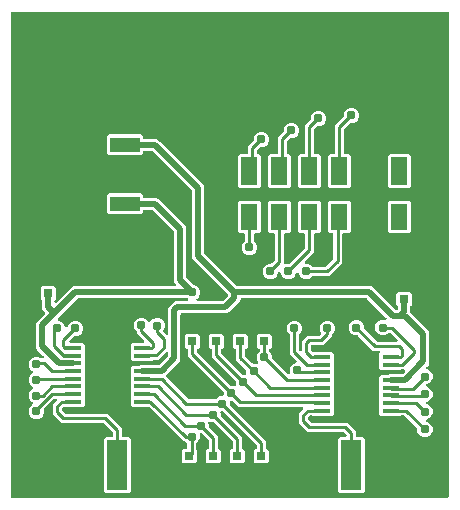
<source format=gbr>
G04 EAGLE Gerber RS-274X export*
G75*
%MOMM*%
%FSLAX34Y34*%
%LPD*%
%INTop Copper*%
%IPPOS*%
%AMOC8*
5,1,8,0,0,1.08239X$1,22.5*%
G01*
%ADD10R,0.800000X0.700000*%
%ADD11R,1.473200X0.355600*%
%ADD12R,1.420009X2.340000*%
%ADD13R,1.420009X2.240000*%
%ADD14R,1.778000X4.191000*%
%ADD15R,8.200000X1.100000*%
%ADD16R,2.500000X1.250000*%
%ADD17C,0.787400*%
%ADD18C,0.254000*%
%ADD19C,0.508000*%

G36*
X363338Y-1254D02*
X363338Y-1254D01*
X363457Y-1247D01*
X363495Y-1234D01*
X363536Y-1229D01*
X363646Y-1186D01*
X363759Y-1149D01*
X363794Y-1127D01*
X363831Y-1112D01*
X363927Y-1043D01*
X364028Y-979D01*
X364056Y-949D01*
X364089Y-926D01*
X364165Y-834D01*
X364246Y-747D01*
X364266Y-712D01*
X364291Y-681D01*
X364342Y-573D01*
X364400Y-469D01*
X364410Y-429D01*
X364427Y-393D01*
X364449Y-276D01*
X364479Y-161D01*
X364483Y-101D01*
X364487Y-81D01*
X364485Y-60D01*
X364489Y0D01*
X364489Y408940D01*
X364474Y409058D01*
X364467Y409177D01*
X364454Y409215D01*
X364449Y409256D01*
X364406Y409366D01*
X364369Y409479D01*
X364347Y409514D01*
X364332Y409551D01*
X364263Y409647D01*
X364199Y409748D01*
X364169Y409776D01*
X364146Y409809D01*
X364054Y409885D01*
X363967Y409966D01*
X363932Y409986D01*
X363901Y410011D01*
X363793Y410062D01*
X363689Y410120D01*
X363649Y410130D01*
X363613Y410147D01*
X363496Y410169D01*
X363381Y410199D01*
X363321Y410203D01*
X363301Y410207D01*
X363280Y410205D01*
X363220Y410209D01*
X-5080Y410209D01*
X-5198Y410194D01*
X-5317Y410187D01*
X-5355Y410174D01*
X-5396Y410169D01*
X-5506Y410126D01*
X-5619Y410089D01*
X-5654Y410067D01*
X-5691Y410052D01*
X-5787Y409983D01*
X-5888Y409919D01*
X-5916Y409889D01*
X-5949Y409866D01*
X-6025Y409774D01*
X-6106Y409687D01*
X-6126Y409652D01*
X-6151Y409621D01*
X-6202Y409513D01*
X-6260Y409409D01*
X-6270Y409369D01*
X-6287Y409333D01*
X-6309Y409216D01*
X-6339Y409101D01*
X-6343Y409041D01*
X-6347Y409021D01*
X-6345Y409000D01*
X-6349Y408940D01*
X-6349Y0D01*
X-6334Y-118D01*
X-6327Y-237D01*
X-6314Y-275D01*
X-6309Y-316D01*
X-6266Y-426D01*
X-6229Y-539D01*
X-6207Y-574D01*
X-6192Y-611D01*
X-6123Y-707D01*
X-6059Y-808D01*
X-6029Y-836D01*
X-6006Y-869D01*
X-5914Y-945D01*
X-5827Y-1026D01*
X-5792Y-1046D01*
X-5761Y-1071D01*
X-5653Y-1122D01*
X-5549Y-1180D01*
X-5509Y-1190D01*
X-5473Y-1207D01*
X-5356Y-1229D01*
X-5241Y-1259D01*
X-5181Y-1263D01*
X-5161Y-1267D01*
X-5140Y-1265D01*
X-5080Y-1269D01*
X363220Y-1269D01*
X363338Y-1254D01*
G37*
%LPC*%
G36*
X73878Y3174D02*
X73878Y3174D01*
X72389Y4663D01*
X72389Y48677D01*
X73878Y50166D01*
X78740Y50166D01*
X78858Y50181D01*
X78977Y50188D01*
X79015Y50201D01*
X79056Y50206D01*
X79166Y50249D01*
X79279Y50286D01*
X79314Y50308D01*
X79351Y50323D01*
X79447Y50392D01*
X79548Y50456D01*
X79576Y50486D01*
X79609Y50509D01*
X79685Y50601D01*
X79766Y50688D01*
X79786Y50723D01*
X79811Y50754D01*
X79862Y50862D01*
X79920Y50966D01*
X79930Y51006D01*
X79947Y51042D01*
X79969Y51159D01*
X79999Y51274D01*
X80003Y51334D01*
X80007Y51354D01*
X80005Y51375D01*
X80009Y51435D01*
X80009Y53776D01*
X79997Y53874D01*
X79994Y53973D01*
X79977Y54031D01*
X79969Y54091D01*
X79933Y54183D01*
X79905Y54279D01*
X79875Y54331D01*
X79852Y54387D01*
X79794Y54467D01*
X79744Y54552D01*
X79678Y54628D01*
X79666Y54644D01*
X79656Y54652D01*
X79638Y54673D01*
X72453Y61858D01*
X72375Y61918D01*
X72303Y61986D01*
X72250Y62015D01*
X72202Y62052D01*
X72111Y62092D01*
X72024Y62140D01*
X71966Y62155D01*
X71910Y62179D01*
X71812Y62194D01*
X71716Y62219D01*
X71616Y62225D01*
X71596Y62229D01*
X71584Y62227D01*
X71556Y62229D01*
X36522Y62229D01*
X29209Y69542D01*
X29209Y77778D01*
X31813Y80382D01*
X32073Y80642D01*
X32158Y80752D01*
X32247Y80859D01*
X32256Y80878D01*
X32268Y80894D01*
X32324Y81021D01*
X32383Y81147D01*
X32387Y81167D01*
X32395Y81186D01*
X32416Y81323D01*
X32443Y81460D01*
X32441Y81480D01*
X32444Y81500D01*
X32431Y81638D01*
X32423Y81777D01*
X32417Y81796D01*
X32415Y81816D01*
X32368Y81947D01*
X32325Y82079D01*
X32314Y82097D01*
X32307Y82116D01*
X32229Y82231D01*
X32155Y82348D01*
X32140Y82362D01*
X32129Y82379D01*
X32025Y82471D01*
X31923Y82566D01*
X31905Y82576D01*
X31890Y82589D01*
X31767Y82652D01*
X31645Y82720D01*
X31625Y82725D01*
X31607Y82734D01*
X31471Y82764D01*
X31337Y82799D01*
X31309Y82801D01*
X31297Y82804D01*
X31276Y82803D01*
X31176Y82809D01*
X30533Y82809D01*
X30434Y82797D01*
X30335Y82794D01*
X30277Y82777D01*
X30217Y82769D01*
X30125Y82733D01*
X30030Y82705D01*
X29978Y82675D01*
X29921Y82652D01*
X29841Y82594D01*
X29756Y82544D01*
X29680Y82478D01*
X29664Y82466D01*
X29656Y82456D01*
X29635Y82438D01*
X21990Y74792D01*
X21972Y74769D01*
X21949Y74750D01*
X21874Y74644D01*
X21795Y74541D01*
X21783Y74514D01*
X21766Y74490D01*
X21720Y74368D01*
X21668Y74249D01*
X21664Y74220D01*
X21653Y74192D01*
X21639Y74063D01*
X21619Y73935D01*
X21621Y73906D01*
X21618Y73876D01*
X21636Y73748D01*
X21648Y73618D01*
X21658Y73590D01*
X21663Y73561D01*
X21715Y73409D01*
X21718Y73401D01*
X21718Y70824D01*
X20732Y68444D01*
X18909Y66621D01*
X16529Y65635D01*
X13951Y65635D01*
X11571Y66621D01*
X9748Y68444D01*
X8762Y70824D01*
X8762Y73402D01*
X9748Y75782D01*
X11617Y77651D01*
X11669Y77678D01*
X11684Y77692D01*
X11701Y77702D01*
X11801Y77798D01*
X11904Y77892D01*
X11915Y77909D01*
X11930Y77923D01*
X12003Y78042D01*
X12079Y78158D01*
X12086Y78177D01*
X12096Y78194D01*
X12137Y78327D01*
X12182Y78459D01*
X12184Y78479D01*
X12190Y78498D01*
X12196Y78637D01*
X12207Y78776D01*
X12204Y78796D01*
X12205Y78816D01*
X12177Y78952D01*
X12153Y79089D01*
X12145Y79108D01*
X12141Y79127D01*
X12079Y79253D01*
X12022Y79379D01*
X12010Y79395D01*
X12001Y79413D01*
X11911Y79519D01*
X11824Y79628D01*
X11808Y79640D01*
X11795Y79655D01*
X11681Y79735D01*
X11616Y79784D01*
X9748Y81652D01*
X8762Y84032D01*
X8762Y86609D01*
X9748Y88990D01*
X11617Y90859D01*
X11669Y90886D01*
X11684Y90900D01*
X11701Y90910D01*
X11801Y91006D01*
X11904Y91100D01*
X11915Y91117D01*
X11930Y91131D01*
X12002Y91249D01*
X12079Y91366D01*
X12086Y91385D01*
X12096Y91402D01*
X12137Y91535D01*
X12182Y91667D01*
X12184Y91687D01*
X12190Y91706D01*
X12196Y91846D01*
X12207Y91984D01*
X12204Y92003D01*
X12205Y92024D01*
X12177Y92160D01*
X12153Y92297D01*
X12145Y92315D01*
X12141Y92335D01*
X12080Y92460D01*
X12022Y92587D01*
X12010Y92603D01*
X12001Y92621D01*
X11911Y92727D01*
X11824Y92835D01*
X11808Y92848D01*
X11795Y92863D01*
X11681Y92943D01*
X11616Y92992D01*
X9748Y94860D01*
X8762Y97240D01*
X8762Y99817D01*
X9748Y102198D01*
X11617Y104066D01*
X11669Y104094D01*
X11684Y104108D01*
X11701Y104118D01*
X11801Y104214D01*
X11904Y104308D01*
X11915Y104325D01*
X11930Y104339D01*
X12003Y104458D01*
X12079Y104574D01*
X12086Y104593D01*
X12096Y104610D01*
X12137Y104743D01*
X12182Y104875D01*
X12184Y104895D01*
X12190Y104914D01*
X12196Y105053D01*
X12207Y105192D01*
X12204Y105212D01*
X12205Y105232D01*
X12177Y105368D01*
X12153Y105505D01*
X12145Y105523D01*
X12141Y105543D01*
X12079Y105669D01*
X12022Y105795D01*
X12010Y105811D01*
X12001Y105829D01*
X11911Y105935D01*
X11824Y106044D01*
X11808Y106056D01*
X11795Y106071D01*
X11681Y106151D01*
X11616Y106199D01*
X9748Y108068D01*
X8762Y110448D01*
X8762Y113025D01*
X9748Y115406D01*
X11571Y117228D01*
X13951Y118215D01*
X16529Y118215D01*
X18909Y117228D01*
X18948Y117190D01*
X19026Y117129D01*
X19098Y117061D01*
X19151Y117032D01*
X19199Y116995D01*
X19290Y116955D01*
X19377Y116908D01*
X19436Y116892D01*
X19491Y116868D01*
X19589Y116853D01*
X19685Y116828D01*
X19785Y116822D01*
X19805Y116819D01*
X19818Y116820D01*
X19846Y116818D01*
X20253Y116818D01*
X20390Y116835D01*
X20529Y116848D01*
X20548Y116855D01*
X20568Y116858D01*
X20697Y116909D01*
X20828Y116956D01*
X20845Y116967D01*
X20864Y116975D01*
X20976Y117056D01*
X21091Y117135D01*
X21105Y117150D01*
X21121Y117162D01*
X21210Y117269D01*
X21302Y117373D01*
X21311Y117391D01*
X21324Y117407D01*
X21383Y117532D01*
X21446Y117656D01*
X21451Y117676D01*
X21460Y117694D01*
X21486Y117830D01*
X21516Y117966D01*
X21516Y117987D01*
X21519Y118007D01*
X21511Y118145D01*
X21506Y118284D01*
X21501Y118304D01*
X21500Y118324D01*
X21457Y118456D01*
X21418Y118590D01*
X21408Y118607D01*
X21402Y118627D01*
X21327Y118744D01*
X21257Y118864D01*
X21238Y118885D01*
X21231Y118895D01*
X21217Y118909D01*
X21150Y118985D01*
X17621Y122514D01*
X17620Y122514D01*
X16013Y124122D01*
X15239Y125989D01*
X15239Y145791D01*
X16013Y147658D01*
X17620Y149266D01*
X17621Y149266D01*
X22397Y154042D01*
X22470Y154137D01*
X22549Y154226D01*
X22567Y154262D01*
X22592Y154294D01*
X22640Y154403D01*
X22694Y154509D01*
X22702Y154548D01*
X22719Y154586D01*
X22737Y154703D01*
X22763Y154819D01*
X22762Y154860D01*
X22768Y154900D01*
X22757Y155018D01*
X22754Y155137D01*
X22742Y155176D01*
X22739Y155216D01*
X22698Y155329D01*
X22665Y155443D01*
X22645Y155477D01*
X22631Y155516D01*
X22564Y155614D01*
X22504Y155717D01*
X22464Y155762D01*
X22452Y155779D01*
X22437Y155792D01*
X22397Y155837D01*
X21093Y157142D01*
X20319Y159009D01*
X20319Y165302D01*
X20307Y165400D01*
X20304Y165499D01*
X20287Y165557D01*
X20279Y165617D01*
X20243Y165709D01*
X20215Y165805D01*
X20185Y165857D01*
X20162Y165913D01*
X20104Y165993D01*
X20054Y166078D01*
X19988Y166154D01*
X19976Y166170D01*
X19966Y166178D01*
X19948Y166199D01*
X18859Y167288D01*
X18859Y176392D01*
X20348Y177881D01*
X30452Y177881D01*
X31941Y176392D01*
X31941Y167288D01*
X30852Y166199D01*
X30792Y166121D01*
X30724Y166049D01*
X30695Y165996D01*
X30658Y165948D01*
X30618Y165857D01*
X30570Y165770D01*
X30555Y165712D01*
X30531Y165656D01*
X30516Y165558D01*
X30491Y165463D01*
X30485Y165362D01*
X30481Y165342D01*
X30483Y165330D01*
X30481Y165302D01*
X30481Y165190D01*
X30498Y165053D01*
X30511Y164914D01*
X30518Y164895D01*
X30521Y164875D01*
X30572Y164746D01*
X30619Y164615D01*
X30630Y164598D01*
X30638Y164579D01*
X30719Y164467D01*
X30797Y164351D01*
X30813Y164338D01*
X30824Y164322D01*
X30932Y164233D01*
X31036Y164141D01*
X31054Y164132D01*
X31069Y164119D01*
X31195Y164060D01*
X31319Y163996D01*
X31339Y163992D01*
X31357Y163983D01*
X31493Y163957D01*
X31629Y163927D01*
X31650Y163927D01*
X31669Y163924D01*
X31808Y163932D01*
X31947Y163936D01*
X31967Y163942D01*
X31987Y163943D01*
X32119Y163986D01*
X32253Y164025D01*
X32270Y164035D01*
X32289Y164041D01*
X32407Y164116D01*
X32527Y164186D01*
X32548Y164205D01*
X32558Y164211D01*
X32572Y164226D01*
X32647Y164293D01*
X45382Y177027D01*
X47249Y177801D01*
X131990Y177801D01*
X132128Y177818D01*
X132266Y177831D01*
X132285Y177838D01*
X132305Y177841D01*
X132434Y177892D01*
X132566Y177939D01*
X132582Y177950D01*
X132601Y177958D01*
X132713Y178039D01*
X132829Y178117D01*
X132842Y178133D01*
X132858Y178144D01*
X132947Y178252D01*
X133039Y178356D01*
X133048Y178374D01*
X133061Y178389D01*
X133120Y178515D01*
X133184Y178639D01*
X133188Y178659D01*
X133197Y178677D01*
X133223Y178814D01*
X133253Y178949D01*
X133253Y178970D01*
X133256Y178989D01*
X133248Y179128D01*
X133244Y179267D01*
X133238Y179287D01*
X133237Y179307D01*
X133194Y179439D01*
X133155Y179573D01*
X133145Y179590D01*
X133139Y179609D01*
X133064Y179727D01*
X132994Y179847D01*
X132975Y179868D01*
X132969Y179878D01*
X132954Y179892D01*
X132887Y179968D01*
X132853Y180002D01*
X132079Y181869D01*
X132079Y223430D01*
X132067Y223528D01*
X132064Y223627D01*
X132047Y223685D01*
X132039Y223745D01*
X132003Y223837D01*
X131975Y223932D01*
X131945Y223985D01*
X131922Y224041D01*
X131864Y224121D01*
X131814Y224206D01*
X131748Y224282D01*
X131736Y224298D01*
X131726Y224306D01*
X131708Y224327D01*
X113827Y242208D01*
X113749Y242268D01*
X113677Y242336D01*
X113624Y242365D01*
X113576Y242402D01*
X113485Y242442D01*
X113398Y242490D01*
X113340Y242505D01*
X113284Y242529D01*
X113186Y242544D01*
X113090Y242569D01*
X112990Y242575D01*
X112970Y242579D01*
X112958Y242577D01*
X112930Y242579D01*
X106350Y242579D01*
X106232Y242564D01*
X106113Y242557D01*
X106075Y242544D01*
X106034Y242539D01*
X105924Y242496D01*
X105811Y242459D01*
X105776Y242437D01*
X105739Y242422D01*
X105643Y242353D01*
X105542Y242289D01*
X105514Y242259D01*
X105481Y242236D01*
X105405Y242144D01*
X105324Y242057D01*
X105304Y242022D01*
X105279Y241991D01*
X105228Y241883D01*
X105170Y241779D01*
X105160Y241739D01*
X105143Y241703D01*
X105121Y241586D01*
X105091Y241471D01*
X105087Y241411D01*
X105083Y241391D01*
X105085Y241370D01*
X105081Y241310D01*
X105081Y240358D01*
X103592Y238869D01*
X76488Y238869D01*
X74999Y240358D01*
X74999Y254962D01*
X76488Y256451D01*
X103592Y256451D01*
X105081Y254962D01*
X105081Y254010D01*
X105096Y253892D01*
X105103Y253773D01*
X105116Y253735D01*
X105121Y253694D01*
X105164Y253584D01*
X105201Y253471D01*
X105223Y253436D01*
X105238Y253399D01*
X105307Y253303D01*
X105371Y253202D01*
X105401Y253174D01*
X105424Y253141D01*
X105516Y253065D01*
X105603Y252984D01*
X105638Y252964D01*
X105669Y252939D01*
X105777Y252888D01*
X105881Y252830D01*
X105921Y252820D01*
X105957Y252803D01*
X106074Y252781D01*
X106189Y252751D01*
X106249Y252747D01*
X106269Y252743D01*
X106290Y252745D01*
X106350Y252741D01*
X116571Y252741D01*
X118438Y251967D01*
X141467Y228938D01*
X142241Y227071D01*
X142241Y185510D01*
X142253Y185412D01*
X142256Y185313D01*
X142273Y185255D01*
X142281Y185195D01*
X142317Y185103D01*
X142345Y185008D01*
X142375Y184955D01*
X142398Y184899D01*
X142456Y184819D01*
X142506Y184734D01*
X142572Y184658D01*
X142584Y184642D01*
X142594Y184634D01*
X142612Y184613D01*
X147656Y179569D01*
X147734Y179509D01*
X147806Y179441D01*
X147859Y179412D01*
X147907Y179375D01*
X147998Y179335D01*
X148085Y179287D01*
X148143Y179272D01*
X148199Y179248D01*
X148297Y179233D01*
X148393Y179208D01*
X148493Y179202D01*
X148513Y179198D01*
X148525Y179200D01*
X148553Y179198D01*
X148609Y179198D01*
X150989Y178212D01*
X152812Y176389D01*
X153798Y174009D01*
X153798Y171431D01*
X152812Y169051D01*
X151028Y167267D01*
X150943Y167158D01*
X150854Y167051D01*
X150846Y167032D01*
X150833Y167016D01*
X150778Y166888D01*
X150719Y166763D01*
X150715Y166743D01*
X150707Y166724D01*
X150685Y166586D01*
X150659Y166450D01*
X150660Y166430D01*
X150657Y166410D01*
X150670Y166271D01*
X150679Y166133D01*
X150685Y166114D01*
X150687Y166094D01*
X150734Y165962D01*
X150777Y165831D01*
X150788Y165813D01*
X150795Y165794D01*
X150873Y165679D01*
X150947Y165562D01*
X150962Y165548D01*
X150973Y165531D01*
X151078Y165439D01*
X151179Y165344D01*
X151196Y165334D01*
X151212Y165321D01*
X151336Y165257D01*
X151457Y165190D01*
X151477Y165185D01*
X151495Y165176D01*
X151631Y165146D01*
X151765Y165111D01*
X151793Y165109D01*
X151805Y165106D01*
X151826Y165107D01*
X151926Y165101D01*
X172630Y165101D01*
X172728Y165113D01*
X172827Y165116D01*
X172885Y165133D01*
X172945Y165141D01*
X173037Y165177D01*
X173132Y165205D01*
X173185Y165235D01*
X173241Y165258D01*
X173321Y165316D01*
X173406Y165366D01*
X173482Y165432D01*
X173498Y165444D01*
X173506Y165454D01*
X173527Y165472D01*
X177337Y169283D01*
X177410Y169377D01*
X177489Y169466D01*
X177507Y169502D01*
X177532Y169534D01*
X177580Y169643D01*
X177634Y169749D01*
X177642Y169788D01*
X177659Y169826D01*
X177677Y169943D01*
X177703Y170059D01*
X177702Y170100D01*
X177708Y170140D01*
X177697Y170258D01*
X177694Y170377D01*
X177682Y170416D01*
X177679Y170456D01*
X177638Y170569D01*
X177605Y170683D01*
X177585Y170718D01*
X177571Y170756D01*
X177504Y170854D01*
X177444Y170957D01*
X177404Y171002D01*
X177392Y171019D01*
X177377Y171032D01*
X177337Y171078D01*
X148093Y200322D01*
X147319Y202189D01*
X147319Y258070D01*
X147307Y258168D01*
X147304Y258267D01*
X147287Y258325D01*
X147279Y258385D01*
X147243Y258477D01*
X147215Y258572D01*
X147185Y258625D01*
X147162Y258681D01*
X147104Y258761D01*
X147054Y258846D01*
X146988Y258922D01*
X146976Y258938D01*
X146966Y258946D01*
X146948Y258967D01*
X113707Y292208D01*
X113629Y292268D01*
X113557Y292336D01*
X113504Y292365D01*
X113456Y292402D01*
X113365Y292442D01*
X113278Y292490D01*
X113220Y292505D01*
X113164Y292529D01*
X113066Y292544D01*
X112970Y292569D01*
X112870Y292575D01*
X112850Y292579D01*
X112838Y292577D01*
X112810Y292579D01*
X106350Y292579D01*
X106232Y292564D01*
X106113Y292557D01*
X106075Y292544D01*
X106034Y292539D01*
X105924Y292496D01*
X105811Y292459D01*
X105776Y292437D01*
X105739Y292422D01*
X105643Y292353D01*
X105542Y292289D01*
X105514Y292259D01*
X105481Y292236D01*
X105405Y292144D01*
X105324Y292057D01*
X105304Y292022D01*
X105279Y291991D01*
X105228Y291883D01*
X105170Y291779D01*
X105160Y291739D01*
X105143Y291703D01*
X105121Y291586D01*
X105091Y291471D01*
X105087Y291411D01*
X105083Y291391D01*
X105085Y291370D01*
X105081Y291310D01*
X105081Y290358D01*
X103592Y288869D01*
X76488Y288869D01*
X74999Y290358D01*
X74999Y304962D01*
X76488Y306451D01*
X103592Y306451D01*
X105081Y304962D01*
X105081Y304010D01*
X105096Y303892D01*
X105103Y303773D01*
X105116Y303735D01*
X105121Y303694D01*
X105164Y303584D01*
X105201Y303471D01*
X105223Y303436D01*
X105238Y303399D01*
X105307Y303303D01*
X105371Y303202D01*
X105401Y303174D01*
X105424Y303141D01*
X105516Y303065D01*
X105603Y302984D01*
X105638Y302964D01*
X105669Y302939D01*
X105777Y302888D01*
X105881Y302830D01*
X105921Y302820D01*
X105957Y302803D01*
X106074Y302781D01*
X106189Y302751D01*
X106249Y302747D01*
X106269Y302743D01*
X106290Y302745D01*
X106350Y302741D01*
X116451Y302741D01*
X118318Y301967D01*
X119926Y300359D01*
X155099Y265186D01*
X155100Y265186D01*
X156707Y263578D01*
X157481Y261711D01*
X157481Y205830D01*
X157493Y205732D01*
X157496Y205633D01*
X157513Y205575D01*
X157521Y205515D01*
X157557Y205423D01*
X157585Y205328D01*
X157615Y205275D01*
X157638Y205219D01*
X157696Y205139D01*
X157746Y205054D01*
X157812Y204978D01*
X157824Y204962D01*
X157834Y204954D01*
X157852Y204933D01*
X184613Y178172D01*
X184691Y178112D01*
X184763Y178044D01*
X184816Y178015D01*
X184864Y177978D01*
X184955Y177938D01*
X185042Y177890D01*
X185100Y177875D01*
X185156Y177851D01*
X185254Y177836D01*
X185350Y177811D01*
X185450Y177805D01*
X185470Y177801D01*
X185482Y177803D01*
X185510Y177801D01*
X298191Y177801D01*
X300058Y177027D01*
X301666Y175420D01*
X301666Y175419D01*
X319142Y157943D01*
X319237Y157870D01*
X319326Y157791D01*
X319362Y157773D01*
X319394Y157748D01*
X319503Y157700D01*
X319609Y157646D01*
X319648Y157638D01*
X319686Y157621D01*
X319803Y157603D01*
X319919Y157577D01*
X319960Y157578D01*
X320000Y157572D01*
X320118Y157583D01*
X320237Y157586D01*
X320276Y157598D01*
X320316Y157601D01*
X320429Y157642D01*
X320543Y157675D01*
X320577Y157695D01*
X320616Y157709D01*
X320714Y157776D01*
X320817Y157836D01*
X320862Y157876D01*
X320879Y157888D01*
X320892Y157903D01*
X320937Y157943D01*
X321155Y158161D01*
X321216Y158239D01*
X321284Y158311D01*
X321313Y158364D01*
X321350Y158412D01*
X321390Y158503D01*
X321437Y158590D01*
X321453Y158648D01*
X321477Y158704D01*
X321492Y158802D01*
X321517Y158897D01*
X321523Y158997D01*
X321527Y159018D01*
X321525Y159030D01*
X321527Y159058D01*
X321527Y160222D01*
X321515Y160320D01*
X321512Y160419D01*
X321495Y160477D01*
X321487Y160537D01*
X321451Y160629D01*
X321423Y160725D01*
X321393Y160777D01*
X321370Y160833D01*
X321312Y160913D01*
X321262Y160999D01*
X321195Y161074D01*
X321183Y161090D01*
X321174Y161098D01*
X321155Y161119D01*
X320067Y162208D01*
X320067Y171312D01*
X321555Y172801D01*
X331660Y172801D01*
X333149Y171312D01*
X333149Y162208D01*
X332060Y161119D01*
X332000Y161041D01*
X331932Y160969D01*
X331903Y160916D01*
X331865Y160868D01*
X331826Y160777D01*
X331778Y160690D01*
X331763Y160632D01*
X331739Y160576D01*
X331724Y160478D01*
X331699Y160383D01*
X331692Y160283D01*
X331689Y160262D01*
X331690Y160250D01*
X331689Y160222D01*
X331689Y156082D01*
X331701Y155984D01*
X331704Y155885D01*
X331721Y155827D01*
X331728Y155767D01*
X331765Y155675D01*
X331792Y155580D01*
X331823Y155527D01*
X331845Y155471D01*
X331904Y155391D01*
X331954Y155306D01*
X332020Y155230D01*
X332032Y155214D01*
X332042Y155206D01*
X332060Y155185D01*
X347207Y140038D01*
X347981Y138171D01*
X347981Y113289D01*
X347207Y111422D01*
X345551Y109766D01*
X345521Y109727D01*
X345484Y109693D01*
X345424Y109601D01*
X345356Y109515D01*
X345336Y109469D01*
X345309Y109428D01*
X345273Y109324D01*
X345230Y109223D01*
X345222Y109174D01*
X345206Y109127D01*
X345197Y109017D01*
X345180Y108909D01*
X345185Y108859D01*
X345181Y108810D01*
X345199Y108701D01*
X345210Y108592D01*
X345227Y108545D01*
X345235Y108496D01*
X345280Y108396D01*
X345317Y108293D01*
X345345Y108252D01*
X345366Y108206D01*
X345434Y108121D01*
X345496Y108030D01*
X345533Y107997D01*
X345564Y107958D01*
X345652Y107892D01*
X345734Y107819D01*
X345779Y107797D01*
X345818Y107767D01*
X345963Y107696D01*
X347839Y106919D01*
X349662Y105096D01*
X350648Y102715D01*
X350648Y100138D01*
X349662Y97758D01*
X347839Y95935D01*
X345941Y95149D01*
X345820Y95080D01*
X345697Y95015D01*
X345682Y95001D01*
X345664Y94991D01*
X345564Y94895D01*
X345462Y94801D01*
X345451Y94784D01*
X345436Y94770D01*
X345363Y94652D01*
X345287Y94535D01*
X345280Y94516D01*
X345270Y94499D01*
X345229Y94366D01*
X345184Y94235D01*
X345182Y94214D01*
X345176Y94195D01*
X345169Y94056D01*
X345158Y93918D01*
X345162Y93898D01*
X345161Y93877D01*
X345189Y93741D01*
X345213Y93604D01*
X345221Y93586D01*
X345225Y93566D01*
X345286Y93441D01*
X345343Y93314D01*
X345356Y93299D01*
X345365Y93280D01*
X345456Y93174D01*
X345542Y93066D01*
X345558Y93054D01*
X345571Y93038D01*
X345685Y92958D01*
X345796Y92875D01*
X345821Y92862D01*
X345831Y92855D01*
X345851Y92848D01*
X345941Y92804D01*
X347839Y92017D01*
X349662Y90195D01*
X350648Y87814D01*
X350648Y85237D01*
X349662Y82856D01*
X347839Y81034D01*
X345941Y80248D01*
X345820Y80179D01*
X345697Y80114D01*
X345682Y80100D01*
X345664Y80090D01*
X345564Y79993D01*
X345462Y79900D01*
X345451Y79883D01*
X345436Y79869D01*
X345363Y79750D01*
X345287Y79634D01*
X345280Y79615D01*
X345270Y79598D01*
X345229Y79465D01*
X345184Y79333D01*
X345182Y79313D01*
X345176Y79294D01*
X345169Y79155D01*
X345158Y79016D01*
X345162Y78996D01*
X345161Y78976D01*
X345189Y78840D01*
X345213Y78703D01*
X345221Y78684D01*
X345225Y78665D01*
X345286Y78539D01*
X345343Y78413D01*
X345356Y78397D01*
X345365Y78379D01*
X345455Y78273D01*
X345542Y78164D01*
X345558Y78152D01*
X345571Y78137D01*
X345685Y78057D01*
X345796Y77973D01*
X345821Y77961D01*
X345831Y77954D01*
X345851Y77947D01*
X345941Y77902D01*
X347839Y77116D01*
X349662Y75294D01*
X350648Y72913D01*
X350648Y70336D01*
X349662Y67955D01*
X347839Y66133D01*
X345941Y65346D01*
X345820Y65277D01*
X345697Y65212D01*
X345682Y65199D01*
X345664Y65189D01*
X345564Y65092D01*
X345462Y64998D01*
X345450Y64982D01*
X345436Y64967D01*
X345363Y64849D01*
X345287Y64733D01*
X345280Y64714D01*
X345270Y64696D01*
X345229Y64564D01*
X345184Y64432D01*
X345182Y64412D01*
X345176Y64392D01*
X345169Y64254D01*
X345158Y64115D01*
X345162Y64095D01*
X345161Y64075D01*
X345189Y63939D01*
X345213Y63802D01*
X345221Y63783D01*
X345225Y63763D01*
X345286Y63638D01*
X345343Y63512D01*
X345356Y63496D01*
X345365Y63478D01*
X345455Y63372D01*
X345542Y63263D01*
X345558Y63251D01*
X345571Y63236D01*
X345685Y63156D01*
X345796Y63072D01*
X345821Y63060D01*
X345831Y63053D01*
X345851Y63045D01*
X345941Y63001D01*
X347839Y62215D01*
X349662Y60392D01*
X350648Y58012D01*
X350648Y55434D01*
X349662Y53054D01*
X347839Y51231D01*
X345459Y50245D01*
X342881Y50245D01*
X340501Y51231D01*
X338678Y53054D01*
X337692Y55434D01*
X337692Y56953D01*
X337680Y57052D01*
X337677Y57151D01*
X337660Y57209D01*
X337652Y57269D01*
X337616Y57361D01*
X337588Y57456D01*
X337558Y57508D01*
X337535Y57565D01*
X337477Y57645D01*
X337427Y57730D01*
X337361Y57806D01*
X337349Y57822D01*
X337339Y57830D01*
X337321Y57851D01*
X326854Y68318D01*
X326776Y68378D01*
X326704Y68446D01*
X326651Y68475D01*
X326603Y68512D01*
X326512Y68552D01*
X326425Y68600D01*
X326367Y68615D01*
X326311Y68639D01*
X326213Y68654D01*
X326117Y68679D01*
X326017Y68685D01*
X325997Y68689D01*
X325984Y68687D01*
X325956Y68689D01*
X324813Y68689D01*
X324715Y68677D01*
X324616Y68674D01*
X324557Y68657D01*
X324497Y68649D01*
X324405Y68613D01*
X324310Y68585D01*
X324258Y68555D01*
X324202Y68532D01*
X324122Y68474D01*
X324036Y68424D01*
X323961Y68358D01*
X323944Y68346D01*
X323936Y68336D01*
X323915Y68318D01*
X323779Y68181D01*
X306942Y68181D01*
X305454Y69670D01*
X305454Y101330D01*
X306942Y102819D01*
X312258Y102819D01*
X312267Y102820D01*
X312276Y102819D01*
X312425Y102840D01*
X312573Y102859D01*
X312582Y102862D01*
X312591Y102863D01*
X312744Y102915D01*
X314350Y103581D01*
X324470Y103581D01*
X324568Y103593D01*
X324667Y103596D01*
X324725Y103613D01*
X324785Y103621D01*
X324877Y103657D01*
X324972Y103685D01*
X325025Y103715D01*
X325081Y103738D01*
X325161Y103796D01*
X325246Y103846D01*
X325322Y103912D01*
X325338Y103924D01*
X325346Y103934D01*
X325367Y103952D01*
X326937Y105522D01*
X327023Y105632D01*
X327111Y105739D01*
X327120Y105758D01*
X327132Y105774D01*
X327188Y105902D01*
X327247Y106027D01*
X327250Y106047D01*
X327259Y106066D01*
X327280Y106204D01*
X327306Y106339D01*
X327305Y106360D01*
X327308Y106380D01*
X327295Y106519D01*
X327287Y106657D01*
X327280Y106676D01*
X327279Y106696D01*
X327231Y106828D01*
X327189Y106959D01*
X327178Y106977D01*
X327171Y106996D01*
X327093Y107111D01*
X327019Y107228D01*
X327004Y107242D01*
X326992Y107259D01*
X326888Y107351D01*
X326787Y107446D01*
X326769Y107456D01*
X326754Y107469D01*
X326630Y107533D01*
X326508Y107600D01*
X326489Y107605D01*
X326471Y107614D01*
X326335Y107644D01*
X326200Y107679D01*
X326172Y107681D01*
X326160Y107683D01*
X326140Y107683D01*
X326040Y107689D01*
X324813Y107689D01*
X324715Y107677D01*
X324616Y107674D01*
X324557Y107657D01*
X324497Y107649D01*
X324405Y107613D01*
X324310Y107585D01*
X324258Y107555D01*
X324202Y107532D01*
X324122Y107474D01*
X324036Y107424D01*
X323961Y107358D01*
X323944Y107346D01*
X323936Y107336D01*
X323915Y107317D01*
X323779Y107181D01*
X306942Y107181D01*
X305454Y108670D01*
X305454Y120830D01*
X305646Y121022D01*
X305731Y121132D01*
X305820Y121239D01*
X305829Y121258D01*
X305841Y121274D01*
X305896Y121401D01*
X305955Y121527D01*
X305959Y121547D01*
X305967Y121566D01*
X305989Y121704D01*
X306015Y121840D01*
X306014Y121860D01*
X306017Y121880D01*
X306004Y122019D01*
X305995Y122157D01*
X305989Y122176D01*
X305987Y122196D01*
X305940Y122327D01*
X305897Y122459D01*
X305887Y122477D01*
X305880Y122496D01*
X305802Y122610D01*
X305727Y122728D01*
X305713Y122742D01*
X305701Y122759D01*
X305597Y122851D01*
X305496Y122946D01*
X305478Y122956D01*
X305463Y122969D01*
X305339Y123032D01*
X305217Y123100D01*
X305198Y123105D01*
X305180Y123114D01*
X305043Y123144D01*
X304909Y123179D01*
X304881Y123181D01*
X304869Y123184D01*
X304849Y123183D01*
X304749Y123189D01*
X300470Y123189D01*
X287634Y136026D01*
X287555Y136086D01*
X287483Y136154D01*
X287430Y136183D01*
X287382Y136220D01*
X287291Y136260D01*
X287205Y136308D01*
X287146Y136323D01*
X287090Y136347D01*
X286993Y136362D01*
X286897Y136387D01*
X286797Y136393D01*
X286776Y136397D01*
X286764Y136395D01*
X286736Y136397D01*
X284885Y136397D01*
X282504Y137383D01*
X280682Y139206D01*
X279696Y141586D01*
X279696Y144164D01*
X280682Y146544D01*
X282504Y148367D01*
X284885Y149353D01*
X287462Y149353D01*
X289843Y148367D01*
X291665Y146544D01*
X292651Y144164D01*
X292651Y142312D01*
X292663Y142214D01*
X292666Y142115D01*
X292683Y142057D01*
X292691Y141997D01*
X292727Y141905D01*
X292755Y141809D01*
X292786Y141757D01*
X292808Y141701D01*
X292866Y141621D01*
X292916Y141536D01*
X292983Y141460D01*
X292995Y141444D01*
X293004Y141436D01*
X293023Y141415D01*
X303255Y131182D01*
X303333Y131122D01*
X303405Y131054D01*
X303458Y131025D01*
X303506Y130988D01*
X303597Y130948D01*
X303684Y130900D01*
X303742Y130885D01*
X303798Y130861D01*
X303896Y130846D01*
X303992Y130821D01*
X304092Y130815D01*
X304112Y130811D01*
X304125Y130813D01*
X304153Y130811D01*
X319841Y130811D01*
X319978Y130828D01*
X320117Y130841D01*
X320136Y130848D01*
X320156Y130851D01*
X320285Y130902D01*
X320416Y130949D01*
X320433Y130960D01*
X320452Y130968D01*
X320564Y131049D01*
X320680Y131127D01*
X320693Y131143D01*
X320709Y131154D01*
X320798Y131262D01*
X320890Y131366D01*
X320899Y131384D01*
X320912Y131399D01*
X320971Y131525D01*
X321035Y131649D01*
X321039Y131669D01*
X321048Y131687D01*
X321074Y131823D01*
X321104Y131959D01*
X321104Y131980D01*
X321108Y131999D01*
X321099Y132138D01*
X321095Y132277D01*
X321089Y132297D01*
X321088Y132317D01*
X321045Y132449D01*
X321006Y132583D01*
X320996Y132600D01*
X320990Y132619D01*
X320915Y132737D01*
X320845Y132857D01*
X320826Y132878D01*
X320820Y132888D01*
X320805Y132902D01*
X320738Y132977D01*
X315203Y138512D01*
X315109Y138586D01*
X315020Y138664D01*
X314984Y138683D01*
X314952Y138707D01*
X314843Y138755D01*
X314737Y138809D01*
X314697Y138818D01*
X314660Y138834D01*
X314542Y138852D01*
X314426Y138878D01*
X314386Y138877D01*
X314346Y138884D01*
X314227Y138872D01*
X314109Y138869D01*
X314070Y138858D01*
X314029Y138854D01*
X313917Y138814D01*
X313803Y138780D01*
X313768Y138760D01*
X313730Y138746D01*
X313632Y138679D01*
X313529Y138619D01*
X313484Y138579D01*
X313467Y138568D01*
X313454Y138552D01*
X313408Y138512D01*
X312279Y137383D01*
X309899Y136397D01*
X307321Y136397D01*
X304941Y137383D01*
X303118Y139206D01*
X302132Y141586D01*
X302132Y144164D01*
X303118Y146544D01*
X304941Y148367D01*
X307321Y149353D01*
X309898Y149353D01*
X309916Y149346D01*
X309983Y149327D01*
X310047Y149299D01*
X310136Y149285D01*
X310223Y149262D01*
X310292Y149260D01*
X310361Y149249D01*
X310451Y149258D01*
X310541Y149256D01*
X310608Y149273D01*
X310678Y149279D01*
X310763Y149310D01*
X310850Y149331D01*
X310912Y149363D01*
X310977Y149387D01*
X311052Y149437D01*
X311131Y149479D01*
X311183Y149526D01*
X311240Y149565D01*
X311300Y149633D01*
X311366Y149693D01*
X311405Y149752D01*
X311451Y149804D01*
X311492Y149884D01*
X311541Y149959D01*
X311564Y150025D01*
X311596Y150087D01*
X311615Y150175D01*
X311644Y150260D01*
X311650Y150329D01*
X311665Y150397D01*
X311662Y150487D01*
X311670Y150577D01*
X311658Y150646D01*
X311656Y150715D01*
X311631Y150802D01*
X311615Y150890D01*
X311586Y150954D01*
X311567Y151021D01*
X311522Y151098D01*
X311485Y151180D01*
X311441Y151235D01*
X311406Y151295D01*
X311299Y151416D01*
X295447Y167268D01*
X295369Y167328D01*
X295297Y167396D01*
X295244Y167425D01*
X295196Y167462D01*
X295105Y167502D01*
X295018Y167550D01*
X294960Y167565D01*
X294904Y167589D01*
X294806Y167604D01*
X294710Y167629D01*
X294610Y167635D01*
X294590Y167639D01*
X294578Y167637D01*
X294550Y167639D01*
X189227Y167639D01*
X189198Y167636D01*
X189168Y167638D01*
X189040Y167616D01*
X188912Y167599D01*
X188884Y167589D01*
X188855Y167584D01*
X188737Y167530D01*
X188616Y167482D01*
X188592Y167465D01*
X188565Y167453D01*
X188464Y167372D01*
X188359Y167296D01*
X188340Y167273D01*
X188317Y167254D01*
X188239Y167151D01*
X188156Y167051D01*
X188143Y167024D01*
X188125Y167000D01*
X188055Y166856D01*
X187187Y164762D01*
X178138Y155713D01*
X176271Y154939D01*
X138430Y154939D01*
X138312Y154924D01*
X138193Y154917D01*
X138155Y154904D01*
X138114Y154899D01*
X138004Y154856D01*
X137891Y154819D01*
X137856Y154797D01*
X137819Y154782D01*
X137723Y154713D01*
X137622Y154649D01*
X137594Y154619D01*
X137561Y154596D01*
X137485Y154504D01*
X137404Y154417D01*
X137384Y154382D01*
X137359Y154351D01*
X137308Y154243D01*
X137250Y154139D01*
X137240Y154099D01*
X137223Y154063D01*
X137201Y153946D01*
X137171Y153831D01*
X137167Y153771D01*
X137163Y153751D01*
X137165Y153730D01*
X137161Y153670D01*
X137161Y115829D01*
X136387Y113962D01*
X125208Y102783D01*
X125135Y102689D01*
X125056Y102600D01*
X125038Y102564D01*
X125013Y102532D01*
X124966Y102422D01*
X124912Y102316D01*
X124903Y102277D01*
X124887Y102240D01*
X124868Y102122D01*
X124842Y102006D01*
X124843Y101966D01*
X124837Y101926D01*
X124848Y101807D01*
X124852Y101688D01*
X124863Y101649D01*
X124867Y101609D01*
X124907Y101497D01*
X124940Y101383D01*
X124961Y101348D01*
X124974Y101310D01*
X125041Y101211D01*
X125102Y101109D01*
X125142Y101064D01*
X125153Y101047D01*
X125168Y101033D01*
X125208Y100988D01*
X125370Y100827D01*
X143447Y82749D01*
X143525Y82689D01*
X143597Y82621D01*
X143650Y82592D01*
X143698Y82555D01*
X143789Y82515D01*
X143876Y82467D01*
X143934Y82452D01*
X143990Y82428D01*
X144088Y82413D01*
X144184Y82388D01*
X144284Y82382D01*
X144304Y82378D01*
X144316Y82380D01*
X144344Y82378D01*
X166336Y82378D01*
X166434Y82390D01*
X166533Y82393D01*
X166592Y82410D01*
X166652Y82418D01*
X166744Y82454D01*
X166839Y82482D01*
X166891Y82512D01*
X166947Y82535D01*
X167027Y82593D01*
X167113Y82643D01*
X167188Y82709D01*
X167205Y82721D01*
X167212Y82731D01*
X167234Y82749D01*
X168543Y84059D01*
X170923Y85045D01*
X172593Y85045D01*
X172711Y85060D01*
X172830Y85067D01*
X172868Y85080D01*
X172909Y85085D01*
X173019Y85128D01*
X173132Y85165D01*
X173167Y85187D01*
X173204Y85202D01*
X173300Y85271D01*
X173401Y85335D01*
X173429Y85365D01*
X173462Y85388D01*
X173538Y85480D01*
X173619Y85567D01*
X173639Y85602D01*
X173664Y85633D01*
X173715Y85741D01*
X173773Y85845D01*
X173783Y85885D01*
X173800Y85921D01*
X173822Y86038D01*
X173852Y86153D01*
X173856Y86213D01*
X173860Y86233D01*
X173858Y86254D01*
X173862Y86314D01*
X173862Y87656D01*
X173850Y87754D01*
X173847Y87853D01*
X173830Y87911D01*
X173822Y87971D01*
X173786Y88063D01*
X173758Y88158D01*
X173728Y88211D01*
X173705Y88267D01*
X173647Y88347D01*
X173597Y88432D01*
X173531Y88508D01*
X173519Y88524D01*
X173509Y88532D01*
X173491Y88553D01*
X143509Y118534D01*
X143509Y123890D01*
X143494Y124008D01*
X143487Y124127D01*
X143474Y124165D01*
X143469Y124206D01*
X143426Y124316D01*
X143389Y124429D01*
X143367Y124464D01*
X143352Y124501D01*
X143283Y124597D01*
X143219Y124698D01*
X143189Y124726D01*
X143166Y124759D01*
X143074Y124835D01*
X142987Y124916D01*
X142952Y124936D01*
X142921Y124961D01*
X142813Y125012D01*
X142709Y125070D01*
X142669Y125080D01*
X142633Y125097D01*
X142516Y125119D01*
X142401Y125149D01*
X142341Y125153D01*
X142321Y125157D01*
X142300Y125155D01*
X142269Y125157D01*
X140779Y126648D01*
X140779Y135752D01*
X142268Y137241D01*
X152372Y137241D01*
X153861Y135752D01*
X153861Y126648D01*
X152368Y125155D01*
X152282Y125144D01*
X152163Y125137D01*
X152125Y125124D01*
X152084Y125119D01*
X151974Y125076D01*
X151861Y125039D01*
X151826Y125017D01*
X151789Y125002D01*
X151693Y124933D01*
X151592Y124869D01*
X151564Y124839D01*
X151531Y124816D01*
X151455Y124724D01*
X151374Y124637D01*
X151354Y124602D01*
X151329Y124571D01*
X151278Y124463D01*
X151220Y124359D01*
X151210Y124319D01*
X151193Y124283D01*
X151171Y124166D01*
X151141Y124051D01*
X151137Y123991D01*
X151133Y123971D01*
X151135Y123950D01*
X151131Y123890D01*
X151131Y122217D01*
X151143Y122119D01*
X151146Y122020D01*
X151163Y121962D01*
X151171Y121902D01*
X151207Y121809D01*
X151235Y121714D01*
X151265Y121662D01*
X151288Y121606D01*
X151346Y121526D01*
X151396Y121440D01*
X151462Y121365D01*
X151474Y121349D01*
X151484Y121341D01*
X151502Y121320D01*
X178880Y93942D01*
X178958Y93882D01*
X179030Y93814D01*
X179083Y93785D01*
X179131Y93747D01*
X179222Y93708D01*
X179309Y93660D01*
X179367Y93645D01*
X179423Y93621D01*
X179521Y93606D01*
X179617Y93581D01*
X179717Y93574D01*
X179737Y93571D01*
X179749Y93572D01*
X179777Y93571D01*
X181628Y93571D01*
X182503Y93208D01*
X182637Y93172D01*
X182770Y93131D01*
X182790Y93130D01*
X182810Y93124D01*
X182949Y93122D01*
X183088Y93116D01*
X183107Y93120D01*
X183128Y93119D01*
X183263Y93152D01*
X183399Y93180D01*
X183417Y93189D01*
X183437Y93194D01*
X183560Y93259D01*
X183685Y93320D01*
X183700Y93333D01*
X183718Y93342D01*
X183821Y93436D01*
X183927Y93526D01*
X183938Y93543D01*
X183953Y93556D01*
X184030Y93672D01*
X184110Y93786D01*
X184117Y93805D01*
X184128Y93822D01*
X184173Y93953D01*
X184223Y94083D01*
X184225Y94104D01*
X184231Y94123D01*
X184242Y94261D01*
X184258Y94399D01*
X184255Y94419D01*
X184257Y94440D01*
X184233Y94577D01*
X184213Y94714D01*
X184204Y94741D01*
X184202Y94753D01*
X184194Y94772D01*
X184161Y94867D01*
X184022Y95202D01*
X184022Y97054D01*
X184010Y97152D01*
X184007Y97251D01*
X183990Y97309D01*
X183982Y97369D01*
X183946Y97461D01*
X183918Y97556D01*
X183888Y97609D01*
X183865Y97665D01*
X183807Y97745D01*
X183757Y97830D01*
X183691Y97906D01*
X183679Y97922D01*
X183669Y97930D01*
X183651Y97951D01*
X166433Y115168D01*
X163829Y117772D01*
X163829Y123890D01*
X163814Y124008D01*
X163807Y124127D01*
X163794Y124165D01*
X163789Y124206D01*
X163746Y124316D01*
X163709Y124429D01*
X163687Y124464D01*
X163672Y124501D01*
X163603Y124597D01*
X163539Y124698D01*
X163509Y124726D01*
X163486Y124759D01*
X163394Y124835D01*
X163307Y124916D01*
X163272Y124936D01*
X163241Y124961D01*
X163133Y125012D01*
X163029Y125070D01*
X162989Y125080D01*
X162953Y125097D01*
X162836Y125119D01*
X162721Y125149D01*
X162661Y125153D01*
X162641Y125157D01*
X162620Y125155D01*
X162589Y125157D01*
X161099Y126648D01*
X161099Y135752D01*
X162588Y137241D01*
X172692Y137241D01*
X174181Y135752D01*
X174181Y126648D01*
X172688Y125155D01*
X172602Y125144D01*
X172483Y125137D01*
X172445Y125124D01*
X172404Y125119D01*
X172294Y125076D01*
X172181Y125039D01*
X172146Y125017D01*
X172109Y125002D01*
X172013Y124933D01*
X171912Y124869D01*
X171884Y124839D01*
X171851Y124816D01*
X171775Y124724D01*
X171694Y124637D01*
X171674Y124602D01*
X171649Y124571D01*
X171598Y124463D01*
X171540Y124359D01*
X171530Y124319D01*
X171513Y124283D01*
X171491Y124166D01*
X171461Y124051D01*
X171457Y123991D01*
X171453Y123971D01*
X171455Y123950D01*
X171451Y123890D01*
X171451Y121455D01*
X171463Y121357D01*
X171466Y121258D01*
X171483Y121200D01*
X171491Y121140D01*
X171527Y121047D01*
X171555Y120952D01*
X171585Y120900D01*
X171608Y120844D01*
X171666Y120764D01*
X171716Y120678D01*
X171782Y120603D01*
X171794Y120587D01*
X171804Y120579D01*
X171822Y120558D01*
X189040Y103340D01*
X189118Y103280D01*
X189190Y103212D01*
X189243Y103183D01*
X189291Y103145D01*
X189382Y103106D01*
X189469Y103058D01*
X189527Y103043D01*
X189583Y103019D01*
X189681Y103004D01*
X189776Y102979D01*
X189877Y102972D01*
X189897Y102969D01*
X189909Y102970D01*
X189937Y102969D01*
X191689Y102969D01*
X191738Y102975D01*
X191788Y102972D01*
X191895Y102995D01*
X192004Y103008D01*
X192050Y103027D01*
X192099Y103037D01*
X192198Y103085D01*
X192300Y103125D01*
X192340Y103155D01*
X192385Y103177D01*
X192468Y103248D01*
X192557Y103312D01*
X192589Y103351D01*
X192627Y103383D01*
X192690Y103473D01*
X192760Y103557D01*
X192781Y103602D01*
X192810Y103643D01*
X192849Y103746D01*
X192896Y103845D01*
X192905Y103894D01*
X192923Y103940D01*
X192935Y104050D01*
X192955Y104157D01*
X192952Y104207D01*
X192958Y104256D01*
X192942Y104365D01*
X192936Y104475D01*
X192920Y104522D01*
X192913Y104571D01*
X192912Y104574D01*
X192912Y106452D01*
X192900Y106550D01*
X192897Y106649D01*
X192880Y106707D01*
X192872Y106767D01*
X192836Y106859D01*
X192808Y106954D01*
X192778Y107007D01*
X192755Y107063D01*
X192697Y107143D01*
X192647Y107228D01*
X192581Y107304D01*
X192569Y107320D01*
X192559Y107328D01*
X192541Y107349D01*
X184149Y115740D01*
X184149Y123890D01*
X184134Y124008D01*
X184127Y124127D01*
X184114Y124165D01*
X184109Y124206D01*
X184066Y124316D01*
X184029Y124429D01*
X184007Y124464D01*
X183992Y124501D01*
X183923Y124597D01*
X183859Y124698D01*
X183829Y124726D01*
X183806Y124759D01*
X183714Y124835D01*
X183627Y124916D01*
X183592Y124936D01*
X183561Y124961D01*
X183453Y125012D01*
X183349Y125070D01*
X183309Y125080D01*
X183273Y125097D01*
X183156Y125119D01*
X183041Y125149D01*
X182981Y125153D01*
X182961Y125157D01*
X182940Y125155D01*
X182909Y125157D01*
X181419Y126648D01*
X181419Y135752D01*
X182908Y137241D01*
X193012Y137241D01*
X194501Y135752D01*
X194501Y126648D01*
X193008Y125155D01*
X192922Y125144D01*
X192803Y125137D01*
X192765Y125124D01*
X192724Y125119D01*
X192614Y125076D01*
X192501Y125039D01*
X192466Y125017D01*
X192429Y125002D01*
X192333Y124933D01*
X192232Y124869D01*
X192204Y124839D01*
X192171Y124816D01*
X192095Y124724D01*
X192014Y124637D01*
X191994Y124602D01*
X191969Y124571D01*
X191918Y124463D01*
X191860Y124359D01*
X191850Y124319D01*
X191833Y124283D01*
X191811Y124166D01*
X191781Y124051D01*
X191777Y123991D01*
X191773Y123971D01*
X191775Y123950D01*
X191771Y123890D01*
X191771Y119423D01*
X191783Y119325D01*
X191786Y119226D01*
X191803Y119168D01*
X191811Y119108D01*
X191847Y119015D01*
X191875Y118920D01*
X191905Y118868D01*
X191928Y118812D01*
X191986Y118732D01*
X192036Y118646D01*
X192102Y118571D01*
X192114Y118555D01*
X192124Y118547D01*
X192142Y118526D01*
X197930Y112738D01*
X198008Y112678D01*
X198080Y112610D01*
X198133Y112581D01*
X198181Y112543D01*
X198272Y112504D01*
X198359Y112456D01*
X198417Y112441D01*
X198473Y112417D01*
X198571Y112402D01*
X198667Y112377D01*
X198767Y112370D01*
X198787Y112367D01*
X198799Y112368D01*
X198827Y112367D01*
X200679Y112367D01*
X201442Y112050D01*
X201510Y112032D01*
X201574Y112004D01*
X201663Y111990D01*
X201749Y111966D01*
X201819Y111965D01*
X201888Y111954D01*
X201977Y111963D01*
X202067Y111961D01*
X202135Y111977D01*
X202205Y111984D01*
X202289Y112014D01*
X202376Y112035D01*
X202438Y112068D01*
X202504Y112092D01*
X202578Y112142D01*
X202658Y112184D01*
X202709Y112231D01*
X202767Y112270D01*
X202827Y112338D01*
X202893Y112398D01*
X202931Y112456D01*
X202977Y112509D01*
X203018Y112589D01*
X203068Y112664D01*
X203090Y112730D01*
X203122Y112792D01*
X203142Y112879D01*
X203171Y112964D01*
X203176Y113034D01*
X203192Y113102D01*
X203189Y113192D01*
X203196Y113282D01*
X203184Y113350D01*
X203182Y113420D01*
X203157Y113506D01*
X203142Y113595D01*
X203113Y113659D01*
X203094Y113726D01*
X203048Y113803D01*
X203011Y113885D01*
X202968Y113939D01*
X202932Y114000D01*
X202826Y114120D01*
X202788Y114158D01*
X201802Y116538D01*
X201802Y119115D01*
X202788Y121496D01*
X204098Y122805D01*
X204158Y122884D01*
X204226Y122956D01*
X204255Y123009D01*
X204292Y123057D01*
X204332Y123148D01*
X204380Y123234D01*
X204395Y123293D01*
X204419Y123348D01*
X204434Y123446D01*
X204459Y123542D01*
X204465Y123642D01*
X204469Y123663D01*
X204467Y123675D01*
X204469Y123703D01*
X204469Y123890D01*
X204454Y124008D01*
X204447Y124127D01*
X204434Y124165D01*
X204429Y124206D01*
X204386Y124316D01*
X204349Y124429D01*
X204327Y124464D01*
X204312Y124501D01*
X204243Y124597D01*
X204179Y124698D01*
X204149Y124726D01*
X204126Y124759D01*
X204034Y124835D01*
X203947Y124916D01*
X203912Y124936D01*
X203881Y124961D01*
X203773Y125012D01*
X203669Y125070D01*
X203629Y125080D01*
X203593Y125097D01*
X203476Y125119D01*
X203361Y125149D01*
X203301Y125153D01*
X203281Y125157D01*
X203260Y125155D01*
X203229Y125157D01*
X201739Y126648D01*
X201739Y135752D01*
X203228Y137241D01*
X213332Y137241D01*
X214821Y135752D01*
X214821Y126648D01*
X213328Y125155D01*
X213242Y125144D01*
X213123Y125137D01*
X213085Y125124D01*
X213044Y125119D01*
X212934Y125076D01*
X212821Y125039D01*
X212786Y125017D01*
X212749Y125002D01*
X212653Y124933D01*
X212552Y124869D01*
X212524Y124839D01*
X212491Y124816D01*
X212415Y124724D01*
X212334Y124637D01*
X212314Y124602D01*
X212289Y124571D01*
X212238Y124463D01*
X212180Y124359D01*
X212170Y124319D01*
X212153Y124283D01*
X212131Y124166D01*
X212101Y124051D01*
X212097Y123991D01*
X212093Y123971D01*
X212095Y123950D01*
X212091Y123890D01*
X212091Y123703D01*
X212103Y123605D01*
X212106Y123506D01*
X212123Y123447D01*
X212131Y123387D01*
X212167Y123295D01*
X212195Y123200D01*
X212225Y123148D01*
X212248Y123092D01*
X212306Y123012D01*
X212356Y122926D01*
X212422Y122851D01*
X212434Y122834D01*
X212444Y122826D01*
X212462Y122805D01*
X213772Y121496D01*
X214758Y119115D01*
X214758Y117264D01*
X214770Y117166D01*
X214773Y117067D01*
X214790Y117009D01*
X214798Y116949D01*
X214834Y116856D01*
X214862Y116761D01*
X214892Y116709D01*
X214915Y116653D01*
X214973Y116573D01*
X215023Y116487D01*
X215089Y116412D01*
X215101Y116396D01*
X215111Y116388D01*
X215129Y116367D01*
X227803Y103694D01*
X227858Y103651D01*
X227906Y103601D01*
X227983Y103554D01*
X228054Y103499D01*
X228118Y103471D01*
X228177Y103434D01*
X228263Y103408D01*
X228346Y103372D01*
X228415Y103361D01*
X228481Y103341D01*
X228571Y103337D01*
X228660Y103322D01*
X228729Y103329D01*
X228799Y103326D01*
X228887Y103344D01*
X228976Y103352D01*
X229042Y103376D01*
X229110Y103390D01*
X229191Y103429D01*
X229276Y103460D01*
X229333Y103499D01*
X229396Y103530D01*
X229464Y103588D01*
X229539Y103638D01*
X229585Y103691D01*
X229638Y103736D01*
X229690Y103810D01*
X229749Y103877D01*
X229781Y103939D01*
X229821Y103996D01*
X229853Y104080D01*
X229894Y104160D01*
X229909Y104228D01*
X229934Y104293D01*
X229944Y104383D01*
X229964Y104470D01*
X229961Y104540D01*
X229969Y104610D01*
X229957Y104699D01*
X229954Y104788D01*
X229934Y104855D01*
X229925Y104924D01*
X229873Y105077D01*
X229742Y105392D01*
X229742Y107969D01*
X230728Y110349D01*
X232551Y112172D01*
X234677Y113052D01*
X234720Y113077D01*
X234767Y113094D01*
X234858Y113155D01*
X234953Y113210D01*
X234989Y113244D01*
X235030Y113272D01*
X235102Y113354D01*
X235181Y113431D01*
X235207Y113473D01*
X235240Y113511D01*
X235290Y113608D01*
X235348Y113702D01*
X235362Y113750D01*
X235385Y113794D01*
X235409Y113901D01*
X235441Y114006D01*
X235444Y114056D01*
X235454Y114104D01*
X235451Y114214D01*
X235456Y114324D01*
X235446Y114372D01*
X235445Y114422D01*
X235414Y114528D01*
X235392Y114635D01*
X235370Y114680D01*
X235356Y114728D01*
X235335Y114765D01*
X235332Y114772D01*
X235304Y114817D01*
X235301Y114822D01*
X235252Y114921D01*
X235220Y114959D01*
X235195Y115001D01*
X235166Y115034D01*
X235162Y115041D01*
X235153Y115050D01*
X235088Y115122D01*
X229869Y120342D01*
X229869Y136364D01*
X229857Y136462D01*
X229854Y136561D01*
X229837Y136620D01*
X229829Y136680D01*
X229793Y136772D01*
X229765Y136867D01*
X229735Y136919D01*
X229712Y136975D01*
X229654Y137055D01*
X229604Y137141D01*
X229538Y137216D01*
X229526Y137233D01*
X229516Y137240D01*
X229498Y137262D01*
X228188Y138571D01*
X227202Y140951D01*
X227202Y143529D01*
X228188Y145909D01*
X230011Y147732D01*
X232391Y148718D01*
X234969Y148718D01*
X237349Y147732D01*
X239172Y145909D01*
X240158Y143529D01*
X240158Y140951D01*
X239172Y138571D01*
X237862Y137262D01*
X237802Y137183D01*
X237734Y137111D01*
X237705Y137058D01*
X237668Y137010D01*
X237628Y136919D01*
X237580Y136833D01*
X237565Y136774D01*
X237541Y136718D01*
X237526Y136620D01*
X237501Y136525D01*
X237495Y136425D01*
X237491Y136404D01*
X237493Y136392D01*
X237491Y136364D01*
X237491Y124024D01*
X237498Y123970D01*
X237495Y123916D01*
X237517Y123813D01*
X237531Y123709D01*
X237551Y123658D01*
X237562Y123605D01*
X237625Y123457D01*
X237639Y123436D01*
X237648Y123413D01*
X237664Y123391D01*
X237727Y123304D01*
X237802Y123192D01*
X237820Y123176D01*
X237834Y123156D01*
X237938Y123070D01*
X238038Y122980D01*
X238060Y122969D01*
X238079Y122953D01*
X238201Y122896D01*
X238321Y122833D01*
X238345Y122828D01*
X238367Y122817D01*
X238499Y122792D01*
X238630Y122762D01*
X238655Y122762D01*
X238680Y122757D01*
X238814Y122766D01*
X238948Y122769D01*
X238972Y122776D01*
X238997Y122777D01*
X239125Y122819D01*
X239254Y122855D01*
X239276Y122868D01*
X239299Y122875D01*
X239413Y122947D01*
X239530Y123015D01*
X239547Y123032D01*
X239568Y123045D01*
X239660Y123143D01*
X239756Y123238D01*
X239769Y123259D01*
X239786Y123277D01*
X239851Y123395D01*
X239921Y123510D01*
X239928Y123534D01*
X239940Y123556D01*
X239973Y123686D01*
X240012Y123815D01*
X240013Y123839D01*
X240019Y123863D01*
X240029Y124024D01*
X240029Y131118D01*
X244802Y135891D01*
X254436Y135891D01*
X254534Y135903D01*
X254633Y135906D01*
X254691Y135923D01*
X254751Y135931D01*
X254843Y135967D01*
X254938Y135995D01*
X254991Y136025D01*
X255047Y136048D01*
X255127Y136106D01*
X255212Y136156D01*
X255288Y136222D01*
X255304Y136234D01*
X255312Y136244D01*
X255333Y136262D01*
X255987Y136917D01*
X256061Y137011D01*
X256140Y137100D01*
X256158Y137136D01*
X256182Y137168D01*
X256230Y137277D01*
X256284Y137384D01*
X256293Y137423D01*
X256309Y137460D01*
X256327Y137578D01*
X256354Y137694D01*
X256352Y137734D01*
X256359Y137774D01*
X256347Y137893D01*
X256344Y138012D01*
X256333Y138050D01*
X256329Y138090D01*
X256288Y138203D01*
X256255Y138317D01*
X256235Y138352D01*
X256221Y138390D01*
X256175Y138457D01*
X255142Y140951D01*
X255142Y143529D01*
X256128Y145909D01*
X257951Y147732D01*
X260331Y148718D01*
X262909Y148718D01*
X265289Y147732D01*
X267112Y145909D01*
X268098Y143529D01*
X268098Y140951D01*
X267112Y138571D01*
X265802Y137262D01*
X265742Y137183D01*
X265674Y137111D01*
X265645Y137058D01*
X265608Y137010D01*
X265568Y136920D01*
X265520Y136833D01*
X265505Y136774D01*
X265481Y136718D01*
X265466Y136621D01*
X265441Y136525D01*
X265435Y136425D01*
X265431Y136404D01*
X265433Y136392D01*
X265431Y136364D01*
X265431Y135582D01*
X258118Y128269D01*
X248920Y128269D01*
X248802Y128254D01*
X248683Y128247D01*
X248645Y128234D01*
X248604Y128229D01*
X248494Y128186D01*
X248381Y128149D01*
X248346Y128127D01*
X248309Y128112D01*
X248213Y128043D01*
X248112Y127979D01*
X248084Y127949D01*
X248051Y127926D01*
X247975Y127834D01*
X247894Y127747D01*
X247874Y127712D01*
X247849Y127681D01*
X247798Y127573D01*
X247740Y127469D01*
X247730Y127429D01*
X247713Y127393D01*
X247691Y127276D01*
X247661Y127161D01*
X247657Y127101D01*
X247653Y127081D01*
X247655Y127060D01*
X247651Y127000D01*
X247651Y124024D01*
X247663Y123926D01*
X247666Y123827D01*
X247683Y123769D01*
X247691Y123709D01*
X247727Y123617D01*
X247755Y123522D01*
X247785Y123469D01*
X247808Y123413D01*
X247866Y123333D01*
X247916Y123248D01*
X247982Y123172D01*
X247994Y123156D01*
X248004Y123148D01*
X248022Y123127D01*
X248459Y122691D01*
X248537Y122630D01*
X248609Y122562D01*
X248662Y122533D01*
X248710Y122496D01*
X248801Y122456D01*
X248888Y122408D01*
X248946Y122393D01*
X249002Y122369D01*
X249100Y122354D01*
X249195Y122329D01*
X249295Y122323D01*
X249316Y122319D01*
X249328Y122321D01*
X249356Y122319D01*
X265359Y122319D01*
X266847Y120830D01*
X266847Y69670D01*
X265359Y68181D01*
X248522Y68181D01*
X248386Y68318D01*
X248308Y68378D01*
X248236Y68446D01*
X248183Y68475D01*
X248135Y68512D01*
X248044Y68552D01*
X247957Y68600D01*
X247899Y68615D01*
X247843Y68639D01*
X247745Y68654D01*
X247649Y68679D01*
X247549Y68685D01*
X247529Y68689D01*
X247516Y68687D01*
X247488Y68689D01*
X247324Y68689D01*
X247226Y68677D01*
X247127Y68674D01*
X247069Y68657D01*
X247009Y68649D01*
X246917Y68613D01*
X246821Y68585D01*
X246769Y68555D01*
X246713Y68532D01*
X246633Y68474D01*
X246548Y68424D01*
X246472Y68358D01*
X246456Y68346D01*
X246448Y68336D01*
X246427Y68318D01*
X245482Y67373D01*
X245422Y67295D01*
X245354Y67223D01*
X245325Y67170D01*
X245288Y67122D01*
X245248Y67031D01*
X245200Y66944D01*
X245185Y66886D01*
X245161Y66830D01*
X245146Y66732D01*
X245121Y66636D01*
X245115Y66536D01*
X245111Y66516D01*
X245113Y66504D01*
X245111Y66476D01*
X245111Y65604D01*
X245123Y65506D01*
X245126Y65407D01*
X245143Y65349D01*
X245151Y65289D01*
X245187Y65197D01*
X245215Y65101D01*
X245245Y65049D01*
X245268Y64993D01*
X245326Y64913D01*
X245376Y64828D01*
X245442Y64752D01*
X245454Y64736D01*
X245464Y64728D01*
X245482Y64707D01*
X247587Y62602D01*
X247665Y62542D01*
X247737Y62474D01*
X247790Y62445D01*
X247838Y62408D01*
X247929Y62368D01*
X248016Y62320D01*
X248074Y62305D01*
X248130Y62281D01*
X248228Y62266D01*
X248324Y62241D01*
X248424Y62235D01*
X248444Y62231D01*
X248456Y62233D01*
X248484Y62231D01*
X278438Y62231D01*
X285751Y54918D01*
X285751Y51435D01*
X285766Y51317D01*
X285773Y51198D01*
X285786Y51160D01*
X285791Y51119D01*
X285834Y51009D01*
X285871Y50896D01*
X285893Y50861D01*
X285908Y50824D01*
X285977Y50728D01*
X286041Y50627D01*
X286071Y50599D01*
X286094Y50566D01*
X286186Y50490D01*
X286273Y50409D01*
X286308Y50389D01*
X286339Y50364D01*
X286447Y50313D01*
X286551Y50255D01*
X286591Y50245D01*
X286627Y50228D01*
X286744Y50206D01*
X286859Y50176D01*
X286919Y50172D01*
X286939Y50168D01*
X286960Y50170D01*
X287020Y50166D01*
X291882Y50166D01*
X293371Y48677D01*
X293371Y4663D01*
X291882Y3174D01*
X271998Y3174D01*
X270509Y4663D01*
X270509Y48677D01*
X271998Y50166D01*
X276661Y50166D01*
X276798Y50183D01*
X276937Y50196D01*
X276956Y50203D01*
X276976Y50206D01*
X277105Y50257D01*
X277236Y50304D01*
X277253Y50315D01*
X277272Y50323D01*
X277385Y50404D01*
X277500Y50482D01*
X277513Y50498D01*
X277529Y50509D01*
X277618Y50617D01*
X277710Y50721D01*
X277719Y50739D01*
X277732Y50754D01*
X277791Y50880D01*
X277855Y51004D01*
X277859Y51024D01*
X277868Y51042D01*
X277894Y51178D01*
X277924Y51314D01*
X277924Y51335D01*
X277928Y51354D01*
X277919Y51493D01*
X277915Y51632D01*
X277909Y51652D01*
X277908Y51672D01*
X277865Y51804D01*
X277826Y51938D01*
X277816Y51955D01*
X277810Y51974D01*
X277735Y52092D01*
X277665Y52212D01*
X277646Y52233D01*
X277640Y52243D01*
X277625Y52257D01*
X277558Y52332D01*
X275653Y54238D01*
X275575Y54298D01*
X275503Y54366D01*
X275450Y54395D01*
X275402Y54432D01*
X275311Y54472D01*
X275224Y54520D01*
X275166Y54535D01*
X275110Y54559D01*
X275012Y54574D01*
X274916Y54599D01*
X274816Y54605D01*
X274796Y54609D01*
X274784Y54607D01*
X274756Y54609D01*
X244802Y54609D01*
X237489Y61922D01*
X237489Y70158D01*
X240093Y72762D01*
X240093Y72763D01*
X240826Y73495D01*
X240911Y73605D01*
X241000Y73712D01*
X241009Y73731D01*
X241021Y73747D01*
X241077Y73875D01*
X241136Y74000D01*
X241139Y74020D01*
X241148Y74038D01*
X241169Y74177D01*
X241195Y74312D01*
X241194Y74332D01*
X241197Y74353D01*
X241184Y74492D01*
X241176Y74630D01*
X241169Y74649D01*
X241168Y74669D01*
X241120Y74800D01*
X241078Y74932D01*
X241067Y74949D01*
X241060Y74968D01*
X240982Y75083D01*
X240907Y75201D01*
X240893Y75215D01*
X240881Y75232D01*
X240777Y75323D01*
X240676Y75419D01*
X240658Y75429D01*
X240643Y75442D01*
X240519Y75505D01*
X240397Y75572D01*
X240378Y75578D01*
X240360Y75587D01*
X240224Y75617D01*
X240089Y75652D01*
X240061Y75654D01*
X240049Y75656D01*
X240029Y75656D01*
X239929Y75662D01*
X186382Y75662D01*
X181800Y80243D01*
X181722Y80304D01*
X181650Y80372D01*
X181597Y80401D01*
X181549Y80438D01*
X181458Y80478D01*
X181371Y80525D01*
X181313Y80541D01*
X181257Y80565D01*
X181159Y80580D01*
X181063Y80605D01*
X180963Y80611D01*
X180943Y80615D01*
X180931Y80613D01*
X180903Y80615D01*
X179959Y80615D01*
X179841Y80600D01*
X179722Y80593D01*
X179684Y80580D01*
X179643Y80575D01*
X179533Y80531D01*
X179420Y80495D01*
X179385Y80473D01*
X179348Y80458D01*
X179252Y80388D01*
X179151Y80325D01*
X179123Y80295D01*
X179090Y80271D01*
X179014Y80180D01*
X178933Y80093D01*
X178913Y80058D01*
X178888Y80026D01*
X178837Y79919D01*
X178779Y79815D01*
X178769Y79775D01*
X178752Y79739D01*
X178730Y79622D01*
X178700Y79507D01*
X178696Y79446D01*
X178692Y79426D01*
X178694Y79406D01*
X178690Y79346D01*
X178690Y78004D01*
X178702Y77906D01*
X178705Y77807D01*
X178722Y77749D01*
X178730Y77689D01*
X178766Y77597D01*
X178794Y77501D01*
X178824Y77449D01*
X178847Y77393D01*
X178905Y77313D01*
X178955Y77228D01*
X179021Y77152D01*
X179033Y77136D01*
X179043Y77128D01*
X179061Y77107D01*
X209551Y46617D01*
X209551Y41210D01*
X209566Y41092D01*
X209573Y40973D01*
X209586Y40935D01*
X209591Y40894D01*
X209634Y40784D01*
X209671Y40671D01*
X209693Y40636D01*
X209708Y40599D01*
X209777Y40503D01*
X209841Y40402D01*
X209871Y40374D01*
X209894Y40341D01*
X209986Y40265D01*
X210073Y40184D01*
X210108Y40164D01*
X210139Y40139D01*
X210247Y40088D01*
X210351Y40030D01*
X210391Y40020D01*
X210427Y40003D01*
X210544Y39981D01*
X210659Y39951D01*
X210719Y39947D01*
X210739Y39943D01*
X210760Y39945D01*
X210791Y39943D01*
X212281Y38452D01*
X212281Y29348D01*
X210792Y27859D01*
X200688Y27859D01*
X199199Y29348D01*
X199199Y38452D01*
X200692Y39945D01*
X200778Y39956D01*
X200897Y39963D01*
X200935Y39976D01*
X200976Y39981D01*
X201086Y40024D01*
X201199Y40061D01*
X201234Y40083D01*
X201271Y40098D01*
X201367Y40167D01*
X201468Y40231D01*
X201496Y40261D01*
X201529Y40284D01*
X201605Y40376D01*
X201686Y40463D01*
X201706Y40498D01*
X201731Y40529D01*
X201782Y40637D01*
X201840Y40741D01*
X201850Y40781D01*
X201867Y40817D01*
X201889Y40934D01*
X201919Y41049D01*
X201923Y41109D01*
X201927Y41129D01*
X201925Y41150D01*
X201929Y41210D01*
X201929Y42935D01*
X201917Y43033D01*
X201914Y43132D01*
X201897Y43190D01*
X201889Y43250D01*
X201853Y43342D01*
X201825Y43438D01*
X201795Y43490D01*
X201772Y43546D01*
X201714Y43626D01*
X201664Y43711D01*
X201598Y43787D01*
X201586Y43803D01*
X201576Y43811D01*
X201558Y43832D01*
X173672Y71718D01*
X173594Y71778D01*
X173522Y71846D01*
X173469Y71875D01*
X173421Y71912D01*
X173330Y71952D01*
X173243Y72000D01*
X173185Y72015D01*
X173129Y72039D01*
X173031Y72054D01*
X172935Y72079D01*
X172835Y72085D01*
X172815Y72089D01*
X172803Y72087D01*
X172775Y72089D01*
X172293Y72089D01*
X172244Y72083D01*
X172194Y72085D01*
X172087Y72063D01*
X171978Y72049D01*
X171932Y72031D01*
X171883Y72021D01*
X171784Y71973D01*
X171682Y71932D01*
X171642Y71903D01*
X171597Y71881D01*
X171514Y71810D01*
X171425Y71746D01*
X171393Y71707D01*
X171355Y71675D01*
X171292Y71585D01*
X171222Y71501D01*
X171201Y71455D01*
X171172Y71415D01*
X171133Y71312D01*
X171086Y71213D01*
X171077Y71164D01*
X171059Y71117D01*
X171047Y71008D01*
X171027Y70901D01*
X171030Y70851D01*
X171024Y70801D01*
X171040Y70692D01*
X171046Y70583D01*
X171062Y70536D01*
X171069Y70486D01*
X171070Y70484D01*
X171070Y68606D01*
X171082Y68508D01*
X171085Y68409D01*
X171102Y68351D01*
X171110Y68291D01*
X171146Y68199D01*
X171174Y68103D01*
X171204Y68051D01*
X171227Y67995D01*
X171285Y67915D01*
X171335Y67830D01*
X171401Y67754D01*
X171413Y67738D01*
X171423Y67730D01*
X171441Y67709D01*
X189231Y49919D01*
X189231Y41210D01*
X189246Y41092D01*
X189253Y40973D01*
X189266Y40935D01*
X189271Y40894D01*
X189314Y40784D01*
X189351Y40671D01*
X189373Y40636D01*
X189388Y40599D01*
X189457Y40503D01*
X189521Y40402D01*
X189551Y40374D01*
X189574Y40341D01*
X189666Y40265D01*
X189753Y40184D01*
X189788Y40164D01*
X189819Y40139D01*
X189927Y40088D01*
X190031Y40030D01*
X190071Y40020D01*
X190107Y40003D01*
X190224Y39981D01*
X190339Y39951D01*
X190399Y39947D01*
X190419Y39943D01*
X190440Y39945D01*
X190471Y39943D01*
X191961Y38452D01*
X191961Y29348D01*
X190472Y27859D01*
X180368Y27859D01*
X178879Y29348D01*
X178879Y38452D01*
X180372Y39945D01*
X180458Y39956D01*
X180577Y39963D01*
X180615Y39976D01*
X180656Y39981D01*
X180766Y40024D01*
X180879Y40061D01*
X180914Y40083D01*
X180951Y40098D01*
X181047Y40167D01*
X181148Y40231D01*
X181176Y40261D01*
X181209Y40284D01*
X181285Y40376D01*
X181366Y40463D01*
X181386Y40498D01*
X181411Y40529D01*
X181462Y40637D01*
X181520Y40741D01*
X181530Y40781D01*
X181547Y40817D01*
X181569Y40934D01*
X181599Y41049D01*
X181603Y41109D01*
X181607Y41129D01*
X181605Y41150D01*
X181609Y41210D01*
X181609Y46237D01*
X181597Y46335D01*
X181594Y46434D01*
X181577Y46492D01*
X181569Y46552D01*
X181533Y46644D01*
X181505Y46740D01*
X181475Y46792D01*
X181452Y46848D01*
X181394Y46928D01*
X181344Y47013D01*
X181278Y47089D01*
X181266Y47105D01*
X181256Y47113D01*
X181238Y47134D01*
X166052Y62320D01*
X165974Y62380D01*
X165902Y62448D01*
X165849Y62477D01*
X165801Y62514D01*
X165710Y62554D01*
X165623Y62602D01*
X165565Y62617D01*
X165509Y62641D01*
X165411Y62656D01*
X165315Y62681D01*
X165215Y62687D01*
X165195Y62691D01*
X165183Y62689D01*
X165155Y62691D01*
X163303Y62691D01*
X162429Y63053D01*
X162295Y63090D01*
X162162Y63131D01*
X162142Y63132D01*
X162122Y63137D01*
X161983Y63140D01*
X161844Y63146D01*
X161825Y63142D01*
X161804Y63142D01*
X161669Y63110D01*
X161533Y63082D01*
X161515Y63073D01*
X161495Y63068D01*
X161372Y63003D01*
X161247Y62942D01*
X161232Y62929D01*
X161214Y62920D01*
X161111Y62826D01*
X161005Y62736D01*
X160994Y62719D01*
X160979Y62706D01*
X160902Y62589D01*
X160822Y62476D01*
X160815Y62457D01*
X160804Y62440D01*
X160759Y62308D01*
X160709Y62178D01*
X160707Y62158D01*
X160701Y62139D01*
X160690Y62000D01*
X160674Y61862D01*
X160677Y61842D01*
X160675Y61822D01*
X160699Y61685D01*
X160719Y61547D01*
X160728Y61521D01*
X160730Y61509D01*
X160738Y61490D01*
X160771Y61395D01*
X160910Y61059D01*
X160910Y59208D01*
X160922Y59110D01*
X160925Y59011D01*
X160942Y58953D01*
X160950Y58893D01*
X160986Y58801D01*
X161014Y58705D01*
X161044Y58653D01*
X161067Y58597D01*
X161125Y58517D01*
X161175Y58432D01*
X161241Y58356D01*
X161253Y58340D01*
X161263Y58332D01*
X161281Y58311D01*
X168911Y50681D01*
X168911Y41210D01*
X168926Y41092D01*
X168933Y40973D01*
X168946Y40935D01*
X168951Y40894D01*
X168994Y40784D01*
X169031Y40671D01*
X169053Y40636D01*
X169068Y40599D01*
X169137Y40503D01*
X169201Y40402D01*
X169231Y40374D01*
X169254Y40341D01*
X169346Y40265D01*
X169433Y40184D01*
X169468Y40164D01*
X169499Y40139D01*
X169607Y40088D01*
X169711Y40030D01*
X169751Y40020D01*
X169787Y40003D01*
X169904Y39981D01*
X170019Y39951D01*
X170079Y39947D01*
X170099Y39943D01*
X170120Y39945D01*
X170151Y39943D01*
X171641Y38452D01*
X171641Y29348D01*
X170152Y27859D01*
X160048Y27859D01*
X158559Y29348D01*
X158559Y38452D01*
X160052Y39945D01*
X160138Y39956D01*
X160257Y39963D01*
X160295Y39976D01*
X160336Y39981D01*
X160446Y40024D01*
X160559Y40061D01*
X160594Y40083D01*
X160631Y40098D01*
X160727Y40167D01*
X160828Y40231D01*
X160856Y40261D01*
X160889Y40284D01*
X160965Y40376D01*
X161046Y40463D01*
X161066Y40498D01*
X161091Y40529D01*
X161142Y40637D01*
X161200Y40741D01*
X161210Y40781D01*
X161227Y40817D01*
X161249Y40934D01*
X161279Y41049D01*
X161283Y41109D01*
X161287Y41129D01*
X161285Y41150D01*
X161289Y41210D01*
X161289Y46999D01*
X161277Y47097D01*
X161274Y47196D01*
X161257Y47254D01*
X161249Y47314D01*
X161213Y47406D01*
X161185Y47502D01*
X161155Y47554D01*
X161132Y47610D01*
X161074Y47690D01*
X161024Y47775D01*
X160958Y47851D01*
X160946Y47867D01*
X160936Y47875D01*
X160918Y47896D01*
X155892Y52922D01*
X155814Y52982D01*
X155742Y53050D01*
X155689Y53079D01*
X155641Y53116D01*
X155550Y53156D01*
X155463Y53204D01*
X155405Y53219D01*
X155349Y53243D01*
X155251Y53258D01*
X155155Y53283D01*
X155055Y53289D01*
X155035Y53293D01*
X155023Y53291D01*
X154995Y53293D01*
X154513Y53293D01*
X154464Y53287D01*
X154414Y53289D01*
X154307Y53267D01*
X154198Y53253D01*
X154152Y53235D01*
X154103Y53225D01*
X154004Y53177D01*
X153902Y53136D01*
X153862Y53107D01*
X153817Y53085D01*
X153734Y53014D01*
X153645Y52950D01*
X153613Y52911D01*
X153575Y52879D01*
X153512Y52789D01*
X153442Y52705D01*
X153421Y52659D01*
X153392Y52619D01*
X153353Y52516D01*
X153306Y52417D01*
X153297Y52368D01*
X153279Y52321D01*
X153267Y52212D01*
X153247Y52105D01*
X153250Y52055D01*
X153244Y52005D01*
X153260Y51896D01*
X153266Y51787D01*
X153282Y51740D01*
X153289Y51690D01*
X153290Y51688D01*
X153290Y49084D01*
X152304Y46704D01*
X150994Y45395D01*
X150934Y45316D01*
X150866Y45244D01*
X150837Y45191D01*
X150800Y45143D01*
X150760Y45052D01*
X150712Y44966D01*
X150697Y44907D01*
X150673Y44851D01*
X150658Y44753D01*
X150633Y44658D01*
X150627Y44558D01*
X150623Y44537D01*
X150625Y44525D01*
X150623Y44497D01*
X150623Y39676D01*
X150635Y39578D01*
X150638Y39479D01*
X150655Y39421D01*
X150663Y39361D01*
X150699Y39269D01*
X150727Y39173D01*
X150757Y39121D01*
X150780Y39065D01*
X150838Y38985D01*
X150888Y38899D01*
X150954Y38824D01*
X150966Y38808D01*
X150976Y38800D01*
X150995Y38779D01*
X151321Y38452D01*
X151321Y29348D01*
X149832Y27859D01*
X139728Y27859D01*
X138239Y29348D01*
X138239Y38452D01*
X139728Y39941D01*
X141732Y39941D01*
X141850Y39956D01*
X141969Y39963D01*
X142007Y39976D01*
X142048Y39981D01*
X142158Y40024D01*
X142271Y40061D01*
X142306Y40083D01*
X142343Y40098D01*
X142439Y40167D01*
X142540Y40231D01*
X142568Y40261D01*
X142601Y40284D01*
X142677Y40376D01*
X142758Y40463D01*
X142778Y40498D01*
X142803Y40529D01*
X142854Y40637D01*
X142912Y40741D01*
X142922Y40781D01*
X142939Y40817D01*
X142961Y40934D01*
X142991Y41049D01*
X142995Y41109D01*
X142999Y41129D01*
X142997Y41150D01*
X143001Y41210D01*
X143001Y44497D01*
X142989Y44595D01*
X142986Y44694D01*
X142969Y44753D01*
X142961Y44813D01*
X142925Y44905D01*
X142897Y45000D01*
X142867Y45052D01*
X142844Y45108D01*
X142786Y45188D01*
X142736Y45274D01*
X142670Y45349D01*
X142658Y45366D01*
X142648Y45373D01*
X142630Y45395D01*
X141834Y46191D01*
X141755Y46251D01*
X141683Y46319D01*
X141630Y46348D01*
X141582Y46385D01*
X141491Y46425D01*
X141405Y46473D01*
X141346Y46488D01*
X141290Y46512D01*
X141192Y46527D01*
X141097Y46552D01*
X140997Y46558D01*
X140976Y46562D01*
X140964Y46560D01*
X140936Y46562D01*
X139929Y46562D01*
X137325Y49166D01*
X111061Y75430D01*
X110983Y75490D01*
X110911Y75558D01*
X110858Y75587D01*
X110810Y75624D01*
X110719Y75664D01*
X110632Y75712D01*
X110574Y75727D01*
X110518Y75751D01*
X110420Y75766D01*
X110325Y75791D01*
X110224Y75797D01*
X110204Y75801D01*
X110192Y75799D01*
X110164Y75801D01*
X96464Y75801D01*
X94976Y77290D01*
X94976Y108950D01*
X96464Y110439D01*
X101780Y110439D01*
X101789Y110440D01*
X101798Y110439D01*
X101947Y110460D01*
X102095Y110479D01*
X102104Y110482D01*
X102113Y110483D01*
X102265Y110535D01*
X103872Y111201D01*
X118730Y111201D01*
X118828Y111213D01*
X118927Y111216D01*
X118985Y111233D01*
X119045Y111241D01*
X119137Y111277D01*
X119232Y111305D01*
X119285Y111335D01*
X119341Y111358D01*
X119421Y111416D01*
X119506Y111466D01*
X119582Y111532D01*
X119598Y111544D01*
X119606Y111554D01*
X119627Y111572D01*
X126628Y118573D01*
X126688Y118651D01*
X126756Y118723D01*
X126785Y118776D01*
X126822Y118824D01*
X126862Y118915D01*
X126910Y119002D01*
X126925Y119060D01*
X126949Y119116D01*
X126964Y119214D01*
X126989Y119310D01*
X126995Y119410D01*
X126999Y119430D01*
X126997Y119442D01*
X126999Y119470D01*
X126999Y121086D01*
X126982Y121224D01*
X126969Y121362D01*
X126962Y121381D01*
X126959Y121401D01*
X126908Y121531D01*
X126861Y121662D01*
X126850Y121678D01*
X126842Y121697D01*
X126761Y121809D01*
X126683Y121925D01*
X126667Y121938D01*
X126656Y121954D01*
X126549Y122043D01*
X126444Y122135D01*
X126426Y122144D01*
X126411Y122157D01*
X126285Y122216D01*
X126161Y122280D01*
X126141Y122284D01*
X126123Y122293D01*
X125987Y122319D01*
X125851Y122349D01*
X125830Y122349D01*
X125811Y122353D01*
X125672Y122344D01*
X125533Y122340D01*
X125513Y122334D01*
X125493Y122333D01*
X125361Y122290D01*
X125227Y122251D01*
X125210Y122241D01*
X125191Y122235D01*
X125073Y122160D01*
X124953Y122090D01*
X124932Y122071D01*
X124922Y122065D01*
X124908Y122050D01*
X124832Y121983D01*
X124397Y121547D01*
X118418Y115569D01*
X114595Y115569D01*
X114496Y115557D01*
X114397Y115554D01*
X114339Y115537D01*
X114279Y115529D01*
X114187Y115493D01*
X114092Y115465D01*
X114040Y115435D01*
X113983Y115412D01*
X113903Y115354D01*
X113818Y115304D01*
X113742Y115238D01*
X113726Y115226D01*
X113718Y115216D01*
X113697Y115198D01*
X113301Y114801D01*
X96464Y114801D01*
X94976Y116290D01*
X94976Y128450D01*
X96464Y129939D01*
X105448Y129939D01*
X105585Y129956D01*
X105724Y129969D01*
X105743Y129976D01*
X105763Y129979D01*
X105892Y130030D01*
X106023Y130077D01*
X106040Y130088D01*
X106059Y130096D01*
X106172Y130177D01*
X106287Y130255D01*
X106300Y130271D01*
X106316Y130282D01*
X106405Y130390D01*
X106497Y130494D01*
X106506Y130512D01*
X106519Y130527D01*
X106578Y130653D01*
X106642Y130777D01*
X106646Y130797D01*
X106655Y130815D01*
X106681Y130951D01*
X106711Y131087D01*
X106711Y131108D01*
X106715Y131127D01*
X106706Y131266D01*
X106702Y131405D01*
X106696Y131425D01*
X106695Y131445D01*
X106652Y131577D01*
X106613Y131711D01*
X106603Y131728D01*
X106597Y131747D01*
X106522Y131865D01*
X106452Y131985D01*
X106433Y132006D01*
X106427Y132016D01*
X106412Y132030D01*
X106345Y132105D01*
X102933Y135517D01*
X100329Y138122D01*
X100329Y138904D01*
X100317Y139002D01*
X100314Y139101D01*
X100297Y139160D01*
X100289Y139220D01*
X100253Y139312D01*
X100225Y139407D01*
X100195Y139459D01*
X100172Y139515D01*
X100114Y139595D01*
X100064Y139681D01*
X99998Y139756D01*
X99986Y139773D01*
X99976Y139780D01*
X99958Y139802D01*
X98648Y141111D01*
X97662Y143491D01*
X97662Y146069D01*
X98648Y148449D01*
X100471Y150272D01*
X102851Y151258D01*
X105429Y151258D01*
X107809Y150272D01*
X109632Y148449D01*
X109655Y148408D01*
X109672Y148362D01*
X109734Y148271D01*
X109788Y148175D01*
X109823Y148140D01*
X109851Y148098D01*
X109933Y148026D01*
X110009Y147947D01*
X110052Y147921D01*
X110089Y147888D01*
X110187Y147838D01*
X110281Y147781D01*
X110328Y147766D01*
X110372Y147743D01*
X110480Y147719D01*
X110584Y147687D01*
X110634Y147685D01*
X110683Y147674D01*
X110792Y147677D01*
X110902Y147672D01*
X110951Y147682D01*
X111001Y147683D01*
X111106Y147714D01*
X111214Y147736D01*
X111258Y147758D01*
X111306Y147772D01*
X111401Y147828D01*
X111499Y147876D01*
X111537Y147908D01*
X111580Y147933D01*
X111701Y148040D01*
X113679Y150018D01*
X116059Y151004D01*
X118637Y151004D01*
X121017Y150018D01*
X122840Y148195D01*
X123826Y145815D01*
X123826Y143237D01*
X122836Y140848D01*
X122781Y140777D01*
X122702Y140687D01*
X122683Y140651D01*
X122659Y140619D01*
X122611Y140510D01*
X122557Y140404D01*
X122548Y140365D01*
X122532Y140328D01*
X122514Y140210D01*
X122488Y140094D01*
X122489Y140053D01*
X122482Y140014D01*
X122494Y139895D01*
X122497Y139776D01*
X122508Y139737D01*
X122512Y139697D01*
X122552Y139585D01*
X122586Y139470D01*
X122606Y139436D01*
X122620Y139398D01*
X122687Y139299D01*
X122747Y139196D01*
X122787Y139151D01*
X122798Y139134D01*
X122814Y139121D01*
X122854Y139076D01*
X124833Y137097D01*
X124942Y137011D01*
X125049Y136923D01*
X125068Y136914D01*
X125084Y136902D01*
X125212Y136846D01*
X125337Y136787D01*
X125357Y136783D01*
X125376Y136775D01*
X125514Y136753D01*
X125650Y136727D01*
X125670Y136729D01*
X125690Y136726D01*
X125829Y136739D01*
X125967Y136747D01*
X125986Y136753D01*
X126006Y136755D01*
X126138Y136803D01*
X126269Y136845D01*
X126287Y136856D01*
X126306Y136863D01*
X126421Y136941D01*
X126538Y137015D01*
X126552Y137030D01*
X126569Y137042D01*
X126661Y137146D01*
X126756Y137247D01*
X126766Y137265D01*
X126779Y137280D01*
X126843Y137404D01*
X126910Y137526D01*
X126915Y137545D01*
X126924Y137563D01*
X126954Y137699D01*
X126989Y137833D01*
X126991Y137862D01*
X126994Y137873D01*
X126993Y137894D01*
X126999Y137994D01*
X126999Y158491D01*
X127773Y160358D01*
X131742Y164327D01*
X133609Y165101D01*
X142714Y165101D01*
X142739Y165104D01*
X142763Y165102D01*
X142896Y165124D01*
X143030Y165141D01*
X143053Y165150D01*
X143077Y165154D01*
X143200Y165208D01*
X143325Y165258D01*
X143345Y165272D01*
X143368Y165282D01*
X143474Y165365D01*
X143583Y165444D01*
X143599Y165464D01*
X143618Y165479D01*
X143700Y165586D01*
X143786Y165689D01*
X143796Y165712D01*
X143811Y165731D01*
X143864Y165856D01*
X143921Y165977D01*
X143926Y166001D01*
X143935Y166024D01*
X143956Y166158D01*
X143981Y166289D01*
X143979Y166314D01*
X143983Y166339D01*
X143969Y166473D01*
X143961Y166607D01*
X143953Y166630D01*
X143951Y166655D01*
X143905Y166781D01*
X143863Y166909D01*
X143850Y166930D01*
X143841Y166954D01*
X143765Y167064D01*
X143693Y167178D01*
X143675Y167195D01*
X143661Y167215D01*
X143559Y167304D01*
X143461Y167396D01*
X143440Y167408D01*
X143421Y167424D01*
X143282Y167505D01*
X143230Y167523D01*
X143208Y167535D01*
X143183Y167550D01*
X143081Y167576D01*
X142982Y167611D01*
X142927Y167615D01*
X142875Y167629D01*
X142714Y167639D01*
X50890Y167639D01*
X50792Y167627D01*
X50693Y167624D01*
X50635Y167607D01*
X50575Y167599D01*
X50483Y167563D01*
X50388Y167535D01*
X50335Y167505D01*
X50279Y167482D01*
X50199Y167424D01*
X50114Y167374D01*
X50038Y167308D01*
X50022Y167296D01*
X50014Y167286D01*
X49993Y167268D01*
X33610Y150884D01*
X33524Y150775D01*
X33436Y150668D01*
X33427Y150649D01*
X33415Y150633D01*
X33359Y150505D01*
X33300Y150380D01*
X33297Y150360D01*
X33288Y150341D01*
X33267Y150203D01*
X33241Y150067D01*
X33242Y150047D01*
X33239Y150027D01*
X33252Y149888D01*
X33260Y149750D01*
X33266Y149731D01*
X33268Y149711D01*
X33316Y149579D01*
X33358Y149448D01*
X33369Y149430D01*
X33376Y149411D01*
X33454Y149296D01*
X33528Y149179D01*
X33543Y149165D01*
X33555Y149148D01*
X33659Y149056D01*
X33760Y148961D01*
X33778Y148951D01*
X33793Y148938D01*
X33917Y148874D01*
X34039Y148807D01*
X34058Y148802D01*
X34076Y148793D01*
X34186Y148769D01*
X36689Y147732D01*
X38512Y145909D01*
X39467Y143602D01*
X39536Y143481D01*
X39601Y143358D01*
X39615Y143343D01*
X39625Y143326D01*
X39722Y143226D01*
X39815Y143123D01*
X39832Y143112D01*
X39846Y143097D01*
X39964Y143025D01*
X40081Y142948D01*
X40100Y142941D01*
X40117Y142931D01*
X40250Y142890D01*
X40382Y142845D01*
X40402Y142843D01*
X40421Y142837D01*
X40560Y142831D01*
X40699Y142820D01*
X40719Y142823D01*
X40739Y142822D01*
X40875Y142850D01*
X41012Y142874D01*
X41031Y142882D01*
X41050Y142886D01*
X41175Y142948D01*
X41302Y143005D01*
X41318Y143017D01*
X41336Y143026D01*
X41442Y143116D01*
X41550Y143203D01*
X41563Y143219D01*
X41578Y143232D01*
X41658Y143346D01*
X41742Y143457D01*
X41754Y143482D01*
X41761Y143493D01*
X41768Y143512D01*
X41813Y143602D01*
X42768Y145909D01*
X44591Y147732D01*
X46971Y148718D01*
X49549Y148718D01*
X51929Y147732D01*
X53752Y145909D01*
X54738Y143529D01*
X54738Y140951D01*
X53752Y138571D01*
X51929Y136748D01*
X49549Y135762D01*
X47697Y135762D01*
X47599Y135750D01*
X47500Y135747D01*
X47442Y135730D01*
X47382Y135722D01*
X47290Y135686D01*
X47194Y135658D01*
X47142Y135628D01*
X47086Y135605D01*
X47006Y135547D01*
X46921Y135497D01*
X46845Y135431D01*
X46829Y135419D01*
X46821Y135409D01*
X46800Y135391D01*
X43515Y132105D01*
X43429Y131996D01*
X43341Y131889D01*
X43332Y131870D01*
X43320Y131854D01*
X43264Y131726D01*
X43205Y131601D01*
X43201Y131581D01*
X43193Y131562D01*
X43171Y131424D01*
X43145Y131288D01*
X43147Y131268D01*
X43144Y131248D01*
X43157Y131109D01*
X43165Y130971D01*
X43171Y130952D01*
X43173Y130932D01*
X43221Y130800D01*
X43263Y130669D01*
X43274Y130651D01*
X43281Y130632D01*
X43359Y130517D01*
X43433Y130400D01*
X43448Y130386D01*
X43460Y130369D01*
X43564Y130277D01*
X43665Y130182D01*
X43683Y130172D01*
X43698Y130159D01*
X43822Y130095D01*
X43944Y130028D01*
X43963Y130023D01*
X43981Y130014D01*
X44117Y129984D01*
X44251Y129949D01*
X44280Y129947D01*
X44291Y129944D01*
X44312Y129945D01*
X44412Y129939D01*
X54881Y129939D01*
X56369Y128450D01*
X56369Y77290D01*
X54881Y75801D01*
X38536Y75801D01*
X38438Y75789D01*
X38339Y75786D01*
X38281Y75769D01*
X38221Y75761D01*
X38129Y75725D01*
X38033Y75697D01*
X37981Y75667D01*
X37925Y75644D01*
X37845Y75586D01*
X37760Y75536D01*
X37684Y75470D01*
X37668Y75458D01*
X37660Y75448D01*
X37639Y75430D01*
X37202Y74993D01*
X37142Y74915D01*
X37074Y74843D01*
X37045Y74790D01*
X37008Y74742D01*
X36968Y74651D01*
X36920Y74564D01*
X36905Y74506D01*
X36881Y74450D01*
X36866Y74352D01*
X36841Y74256D01*
X36835Y74156D01*
X36831Y74136D01*
X36833Y74124D01*
X36831Y74096D01*
X36831Y73224D01*
X36843Y73126D01*
X36846Y73027D01*
X36863Y72969D01*
X36871Y72909D01*
X36907Y72817D01*
X36935Y72721D01*
X36965Y72669D01*
X36988Y72613D01*
X37046Y72533D01*
X37096Y72448D01*
X37162Y72372D01*
X37174Y72356D01*
X37184Y72348D01*
X37202Y72327D01*
X39307Y70222D01*
X39385Y70162D01*
X39457Y70094D01*
X39510Y70065D01*
X39558Y70028D01*
X39649Y69988D01*
X39736Y69940D01*
X39794Y69925D01*
X39850Y69901D01*
X39948Y69886D01*
X40044Y69861D01*
X40144Y69855D01*
X40164Y69851D01*
X40176Y69853D01*
X40204Y69851D01*
X75238Y69851D01*
X87631Y57458D01*
X87631Y51435D01*
X87646Y51317D01*
X87653Y51198D01*
X87666Y51160D01*
X87671Y51119D01*
X87714Y51009D01*
X87751Y50896D01*
X87773Y50861D01*
X87788Y50824D01*
X87857Y50728D01*
X87921Y50627D01*
X87951Y50599D01*
X87974Y50566D01*
X88066Y50490D01*
X88153Y50409D01*
X88188Y50389D01*
X88219Y50364D01*
X88327Y50313D01*
X88431Y50255D01*
X88471Y50245D01*
X88507Y50228D01*
X88624Y50206D01*
X88739Y50176D01*
X88799Y50172D01*
X88819Y50168D01*
X88840Y50170D01*
X88900Y50166D01*
X93762Y50166D01*
X95251Y48677D01*
X95251Y4663D01*
X93762Y3174D01*
X73878Y3174D01*
G37*
%LPD*%
%LPC*%
G36*
X212071Y184022D02*
X212071Y184022D01*
X209691Y185008D01*
X207868Y186831D01*
X206882Y189211D01*
X206882Y191789D01*
X207868Y194169D01*
X209691Y195992D01*
X212071Y196978D01*
X213543Y196978D01*
X213641Y196990D01*
X213740Y196993D01*
X213798Y197010D01*
X213858Y197018D01*
X213950Y197054D01*
X214046Y197082D01*
X214098Y197112D01*
X214154Y197135D01*
X214234Y197193D01*
X214319Y197243D01*
X214395Y197309D01*
X214411Y197321D01*
X214419Y197331D01*
X214440Y197349D01*
X216798Y199707D01*
X216858Y199785D01*
X216926Y199857D01*
X216955Y199910D01*
X216992Y199958D01*
X217032Y200049D01*
X217080Y200136D01*
X217095Y200194D01*
X217119Y200250D01*
X217134Y200348D01*
X217159Y200444D01*
X217165Y200544D01*
X217169Y200564D01*
X217167Y200576D01*
X217169Y200604D01*
X217169Y221590D01*
X217154Y221708D01*
X217147Y221827D01*
X217134Y221865D01*
X217129Y221906D01*
X217086Y222016D01*
X217049Y222129D01*
X217027Y222164D01*
X217012Y222201D01*
X216943Y222297D01*
X216879Y222398D01*
X216849Y222426D01*
X216826Y222459D01*
X216734Y222535D01*
X216647Y222616D01*
X216612Y222636D01*
X216581Y222661D01*
X216473Y222712D01*
X216369Y222770D01*
X216329Y222780D01*
X216293Y222797D01*
X216176Y222819D01*
X216061Y222849D01*
X216001Y222853D01*
X215981Y222857D01*
X215960Y222855D01*
X215900Y222859D01*
X212828Y222859D01*
X211339Y224348D01*
X211339Y248852D01*
X212828Y250341D01*
X229132Y250341D01*
X230621Y248852D01*
X230621Y224348D01*
X229132Y222859D01*
X226060Y222859D01*
X225942Y222844D01*
X225823Y222837D01*
X225785Y222824D01*
X225744Y222819D01*
X225634Y222776D01*
X225521Y222739D01*
X225486Y222717D01*
X225449Y222702D01*
X225353Y222633D01*
X225252Y222569D01*
X225224Y222539D01*
X225191Y222516D01*
X225115Y222424D01*
X225034Y222337D01*
X225014Y222302D01*
X224989Y222271D01*
X224938Y222163D01*
X224880Y222059D01*
X224870Y222019D01*
X224853Y221983D01*
X224831Y221866D01*
X224801Y221751D01*
X224797Y221691D01*
X224793Y221671D01*
X224795Y221650D01*
X224791Y221590D01*
X224791Y197833D01*
X224797Y197784D01*
X224795Y197734D01*
X224817Y197627D01*
X224831Y197518D01*
X224849Y197472D01*
X224859Y197423D01*
X224907Y197324D01*
X224948Y197222D01*
X224977Y197182D01*
X224999Y197137D01*
X225070Y197053D01*
X225134Y196965D01*
X225173Y196933D01*
X225205Y196895D01*
X225295Y196832D01*
X225379Y196762D01*
X225424Y196741D01*
X225465Y196712D01*
X225568Y196673D01*
X225667Y196626D01*
X225716Y196617D01*
X225762Y196599D01*
X225872Y196587D01*
X225979Y196566D01*
X226029Y196570D01*
X226078Y196564D01*
X226187Y196579D01*
X226297Y196586D01*
X226344Y196602D01*
X226393Y196608D01*
X226546Y196661D01*
X227311Y196978D01*
X229163Y196978D01*
X229261Y196990D01*
X229360Y196993D01*
X229418Y197010D01*
X229478Y197018D01*
X229570Y197054D01*
X229666Y197082D01*
X229718Y197112D01*
X229774Y197135D01*
X229854Y197193D01*
X229939Y197243D01*
X230015Y197309D01*
X230031Y197321D01*
X230039Y197331D01*
X230060Y197349D01*
X242198Y209487D01*
X242258Y209565D01*
X242326Y209637D01*
X242355Y209690D01*
X242392Y209738D01*
X242432Y209829D01*
X242480Y209916D01*
X242495Y209974D01*
X242519Y210030D01*
X242534Y210128D01*
X242559Y210223D01*
X242565Y210324D01*
X242569Y210344D01*
X242567Y210356D01*
X242569Y210384D01*
X242569Y221590D01*
X242554Y221708D01*
X242547Y221827D01*
X242534Y221865D01*
X242529Y221906D01*
X242486Y222016D01*
X242449Y222129D01*
X242427Y222164D01*
X242412Y222201D01*
X242343Y222297D01*
X242279Y222398D01*
X242249Y222426D01*
X242226Y222459D01*
X242134Y222535D01*
X242047Y222616D01*
X242012Y222636D01*
X241981Y222661D01*
X241873Y222712D01*
X241769Y222770D01*
X241729Y222780D01*
X241693Y222797D01*
X241576Y222819D01*
X241461Y222849D01*
X241401Y222853D01*
X241381Y222857D01*
X241360Y222855D01*
X241300Y222859D01*
X238228Y222859D01*
X236739Y224348D01*
X236739Y248852D01*
X238228Y250341D01*
X254532Y250341D01*
X256021Y248852D01*
X256021Y224348D01*
X254532Y222859D01*
X251460Y222859D01*
X251342Y222844D01*
X251223Y222837D01*
X251185Y222824D01*
X251144Y222819D01*
X251034Y222776D01*
X250921Y222739D01*
X250886Y222717D01*
X250849Y222702D01*
X250753Y222633D01*
X250652Y222569D01*
X250624Y222539D01*
X250591Y222516D01*
X250515Y222424D01*
X250434Y222337D01*
X250414Y222302D01*
X250389Y222271D01*
X250338Y222163D01*
X250280Y222059D01*
X250270Y222019D01*
X250253Y221983D01*
X250231Y221866D01*
X250201Y221751D01*
X250197Y221691D01*
X250193Y221671D01*
X250195Y221650D01*
X250191Y221590D01*
X250191Y206702D01*
X247587Y204098D01*
X242634Y199144D01*
X242548Y199035D01*
X242460Y198928D01*
X242451Y198909D01*
X242439Y198893D01*
X242383Y198765D01*
X242324Y198640D01*
X242320Y198620D01*
X242312Y198601D01*
X242290Y198463D01*
X242264Y198327D01*
X242266Y198307D01*
X242263Y198287D01*
X242276Y198148D01*
X242284Y198010D01*
X242290Y197991D01*
X242292Y197971D01*
X242340Y197839D01*
X242382Y197708D01*
X242393Y197690D01*
X242400Y197671D01*
X242478Y197556D01*
X242552Y197439D01*
X242567Y197425D01*
X242579Y197408D01*
X242683Y197316D01*
X242784Y197221D01*
X242802Y197211D01*
X242817Y197198D01*
X242941Y197134D01*
X243063Y197067D01*
X243082Y197062D01*
X243100Y197053D01*
X243236Y197023D01*
X243370Y196988D01*
X243399Y196986D01*
X243410Y196983D01*
X243431Y196984D01*
X243531Y196978D01*
X245002Y196978D01*
X247382Y195992D01*
X248691Y194682D01*
X248770Y194622D01*
X248842Y194554D01*
X248895Y194525D01*
X248943Y194488D01*
X249034Y194448D01*
X249120Y194400D01*
X249179Y194385D01*
X249235Y194361D01*
X249333Y194346D01*
X249428Y194321D01*
X249528Y194315D01*
X249549Y194311D01*
X249561Y194313D01*
X249589Y194311D01*
X259516Y194311D01*
X259614Y194323D01*
X259713Y194326D01*
X259771Y194343D01*
X259831Y194351D01*
X259923Y194387D01*
X260019Y194415D01*
X260071Y194445D01*
X260127Y194468D01*
X260207Y194526D01*
X260292Y194576D01*
X260368Y194642D01*
X260384Y194654D01*
X260392Y194664D01*
X260413Y194682D01*
X266328Y200597D01*
X266388Y200675D01*
X266456Y200747D01*
X266485Y200800D01*
X266522Y200848D01*
X266562Y200939D01*
X266610Y201026D01*
X266625Y201084D01*
X266649Y201140D01*
X266664Y201238D01*
X266689Y201334D01*
X266695Y201434D01*
X266699Y201454D01*
X266697Y201466D01*
X266699Y201494D01*
X266699Y221590D01*
X266684Y221708D01*
X266677Y221827D01*
X266664Y221865D01*
X266659Y221906D01*
X266616Y222016D01*
X266579Y222129D01*
X266557Y222164D01*
X266542Y222201D01*
X266473Y222297D01*
X266409Y222398D01*
X266379Y222426D01*
X266356Y222459D01*
X266264Y222535D01*
X266177Y222616D01*
X266142Y222636D01*
X266111Y222661D01*
X266003Y222712D01*
X265899Y222770D01*
X265859Y222780D01*
X265823Y222797D01*
X265706Y222819D01*
X265591Y222849D01*
X265531Y222853D01*
X265511Y222857D01*
X265490Y222855D01*
X265430Y222859D01*
X263628Y222859D01*
X262139Y224348D01*
X262139Y248852D01*
X263628Y250341D01*
X279932Y250341D01*
X281421Y248852D01*
X281421Y224348D01*
X279932Y222859D01*
X275590Y222859D01*
X275472Y222844D01*
X275353Y222837D01*
X275315Y222824D01*
X275274Y222819D01*
X275164Y222776D01*
X275051Y222739D01*
X275016Y222717D01*
X274979Y222702D01*
X274883Y222633D01*
X274782Y222569D01*
X274754Y222539D01*
X274721Y222516D01*
X274645Y222424D01*
X274564Y222337D01*
X274544Y222302D01*
X274519Y222271D01*
X274468Y222163D01*
X274410Y222059D01*
X274400Y222019D01*
X274383Y221983D01*
X274361Y221866D01*
X274331Y221751D01*
X274327Y221691D01*
X274323Y221671D01*
X274325Y221650D01*
X274321Y221590D01*
X274321Y197812D01*
X263198Y186689D01*
X249589Y186689D01*
X249491Y186677D01*
X249392Y186674D01*
X249333Y186657D01*
X249273Y186649D01*
X249181Y186613D01*
X249086Y186585D01*
X249034Y186555D01*
X248978Y186532D01*
X248898Y186474D01*
X248812Y186424D01*
X248737Y186358D01*
X248720Y186346D01*
X248713Y186336D01*
X248691Y186318D01*
X247382Y185008D01*
X245002Y184022D01*
X242424Y184022D01*
X240044Y185008D01*
X238221Y186831D01*
X237329Y188985D01*
X237260Y189105D01*
X237195Y189229D01*
X237182Y189244D01*
X237172Y189261D01*
X237075Y189361D01*
X236981Y189464D01*
X236964Y189475D01*
X236950Y189490D01*
X236832Y189562D01*
X236716Y189639D01*
X236696Y189645D01*
X236679Y189656D01*
X236547Y189697D01*
X236415Y189742D01*
X236395Y189743D01*
X236375Y189749D01*
X236237Y189756D01*
X236098Y189767D01*
X236078Y189764D01*
X236058Y189765D01*
X235921Y189736D01*
X235784Y189713D01*
X235766Y189704D01*
X235746Y189700D01*
X235621Y189639D01*
X235494Y189582D01*
X235479Y189569D01*
X235460Y189561D01*
X235354Y189470D01*
X235246Y189384D01*
X235234Y189367D01*
X235218Y189354D01*
X235138Y189240D01*
X235055Y189129D01*
X235042Y189104D01*
X235035Y189094D01*
X235028Y189075D01*
X234984Y188985D01*
X234092Y186831D01*
X232269Y185008D01*
X229889Y184022D01*
X227311Y184022D01*
X224931Y185008D01*
X223108Y186831D01*
X222153Y189138D01*
X222084Y189259D01*
X222019Y189382D01*
X222005Y189397D01*
X221995Y189414D01*
X221898Y189514D01*
X221805Y189617D01*
X221788Y189628D01*
X221774Y189643D01*
X221655Y189716D01*
X221539Y189792D01*
X221520Y189799D01*
X221503Y189809D01*
X221370Y189850D01*
X221238Y189895D01*
X221218Y189897D01*
X221199Y189903D01*
X221060Y189909D01*
X220921Y189920D01*
X220901Y189917D01*
X220881Y189918D01*
X220745Y189890D01*
X220608Y189866D01*
X220589Y189858D01*
X220570Y189854D01*
X220444Y189792D01*
X220318Y189735D01*
X220302Y189723D01*
X220284Y189714D01*
X220178Y189624D01*
X220070Y189537D01*
X220057Y189521D01*
X220042Y189508D01*
X219962Y189394D01*
X219878Y189283D01*
X219866Y189258D01*
X219859Y189247D01*
X219852Y189228D01*
X219807Y189138D01*
X218852Y186831D01*
X217029Y185008D01*
X214649Y184022D01*
X212071Y184022D01*
G37*
%LPD*%
%LPC*%
G36*
X263628Y260969D02*
X263628Y260969D01*
X262139Y262458D01*
X262139Y287962D01*
X263628Y289451D01*
X266700Y289451D01*
X266818Y289466D01*
X266937Y289473D01*
X266975Y289486D01*
X267016Y289491D01*
X267126Y289534D01*
X267239Y289571D01*
X267274Y289593D01*
X267311Y289608D01*
X267407Y289677D01*
X267508Y289741D01*
X267536Y289771D01*
X267569Y289794D01*
X267645Y289886D01*
X267726Y289973D01*
X267746Y290008D01*
X267771Y290039D01*
X267822Y290147D01*
X267880Y290251D01*
X267890Y290291D01*
X267907Y290327D01*
X267929Y290444D01*
X267959Y290559D01*
X267963Y290619D01*
X267967Y290639D01*
X267965Y290660D01*
X267969Y290720D01*
X267969Y313998D01*
X275091Y321120D01*
X275151Y321198D01*
X275219Y321270D01*
X275248Y321323D01*
X275285Y321371D01*
X275325Y321462D01*
X275373Y321549D01*
X275388Y321607D01*
X275412Y321663D01*
X275427Y321761D01*
X275452Y321857D01*
X275458Y321957D01*
X275462Y321977D01*
X275460Y321989D01*
X275462Y322017D01*
X275462Y323869D01*
X276448Y326249D01*
X278271Y328072D01*
X280651Y329058D01*
X283229Y329058D01*
X285609Y328072D01*
X287432Y326249D01*
X288418Y323869D01*
X288418Y321291D01*
X287432Y318911D01*
X285609Y317088D01*
X283229Y316102D01*
X281377Y316102D01*
X281279Y316090D01*
X281180Y316087D01*
X281122Y316070D01*
X281062Y316062D01*
X280970Y316026D01*
X280874Y315998D01*
X280822Y315968D01*
X280766Y315945D01*
X280686Y315887D01*
X280601Y315837D01*
X280525Y315771D01*
X280509Y315759D01*
X280501Y315749D01*
X280480Y315731D01*
X275962Y311213D01*
X275902Y311135D01*
X275834Y311063D01*
X275805Y311010D01*
X275768Y310962D01*
X275728Y310871D01*
X275680Y310784D01*
X275665Y310726D01*
X275641Y310670D01*
X275626Y310572D01*
X275601Y310476D01*
X275595Y310376D01*
X275591Y310356D01*
X275593Y310344D01*
X275591Y310316D01*
X275591Y290720D01*
X275606Y290602D01*
X275613Y290483D01*
X275626Y290445D01*
X275631Y290404D01*
X275674Y290294D01*
X275711Y290181D01*
X275733Y290146D01*
X275748Y290109D01*
X275817Y290013D01*
X275881Y289912D01*
X275911Y289884D01*
X275934Y289851D01*
X276026Y289775D01*
X276113Y289694D01*
X276148Y289674D01*
X276179Y289649D01*
X276287Y289598D01*
X276391Y289540D01*
X276431Y289530D01*
X276467Y289513D01*
X276584Y289491D01*
X276699Y289461D01*
X276759Y289457D01*
X276779Y289453D01*
X276800Y289455D01*
X276860Y289451D01*
X279932Y289451D01*
X281421Y287962D01*
X281421Y262458D01*
X279932Y260969D01*
X263628Y260969D01*
G37*
%LPD*%
%LPC*%
G36*
X238228Y260969D02*
X238228Y260969D01*
X236739Y262458D01*
X236739Y287962D01*
X238228Y289451D01*
X241300Y289451D01*
X241418Y289466D01*
X241537Y289473D01*
X241575Y289486D01*
X241616Y289491D01*
X241726Y289534D01*
X241839Y289571D01*
X241874Y289593D01*
X241911Y289608D01*
X242007Y289677D01*
X242108Y289741D01*
X242136Y289771D01*
X242169Y289794D01*
X242245Y289886D01*
X242326Y289973D01*
X242346Y290008D01*
X242371Y290039D01*
X242422Y290147D01*
X242480Y290251D01*
X242490Y290291D01*
X242507Y290327D01*
X242529Y290444D01*
X242559Y290559D01*
X242563Y290619D01*
X242567Y290639D01*
X242565Y290660D01*
X242569Y290720D01*
X242569Y313998D01*
X247151Y318580D01*
X247211Y318658D01*
X247279Y318730D01*
X247308Y318783D01*
X247345Y318831D01*
X247385Y318922D01*
X247433Y319009D01*
X247448Y319067D01*
X247472Y319123D01*
X247487Y319221D01*
X247512Y319317D01*
X247518Y319417D01*
X247522Y319437D01*
X247520Y319449D01*
X247522Y319477D01*
X247522Y321329D01*
X248508Y323709D01*
X250331Y325532D01*
X252711Y326518D01*
X255289Y326518D01*
X257669Y325532D01*
X259492Y323709D01*
X260478Y321329D01*
X260478Y318751D01*
X259492Y316371D01*
X257669Y314548D01*
X255289Y313562D01*
X253437Y313562D01*
X253339Y313550D01*
X253240Y313547D01*
X253182Y313530D01*
X253122Y313522D01*
X253030Y313486D01*
X252934Y313458D01*
X252882Y313428D01*
X252826Y313405D01*
X252746Y313347D01*
X252661Y313297D01*
X252585Y313231D01*
X252569Y313219D01*
X252561Y313209D01*
X252540Y313191D01*
X250562Y311213D01*
X250502Y311135D01*
X250434Y311063D01*
X250405Y311010D01*
X250368Y310962D01*
X250328Y310871D01*
X250280Y310784D01*
X250265Y310726D01*
X250241Y310670D01*
X250226Y310572D01*
X250201Y310476D01*
X250195Y310376D01*
X250191Y310356D01*
X250193Y310344D01*
X250191Y310316D01*
X250191Y290720D01*
X250206Y290602D01*
X250213Y290483D01*
X250226Y290445D01*
X250231Y290404D01*
X250274Y290294D01*
X250311Y290181D01*
X250333Y290146D01*
X250348Y290109D01*
X250417Y290013D01*
X250481Y289912D01*
X250511Y289884D01*
X250534Y289851D01*
X250626Y289775D01*
X250713Y289694D01*
X250748Y289674D01*
X250779Y289649D01*
X250887Y289598D01*
X250991Y289540D01*
X251031Y289530D01*
X251067Y289513D01*
X251184Y289491D01*
X251299Y289461D01*
X251359Y289457D01*
X251379Y289453D01*
X251400Y289455D01*
X251460Y289451D01*
X254532Y289451D01*
X256021Y287962D01*
X256021Y262458D01*
X254532Y260969D01*
X238228Y260969D01*
G37*
%LPD*%
%LPC*%
G36*
X212828Y260969D02*
X212828Y260969D01*
X211339Y262458D01*
X211339Y287962D01*
X212828Y289451D01*
X218440Y289451D01*
X218558Y289466D01*
X218677Y289473D01*
X218715Y289486D01*
X218756Y289491D01*
X218866Y289534D01*
X218979Y289571D01*
X219014Y289593D01*
X219051Y289608D01*
X219147Y289677D01*
X219248Y289741D01*
X219276Y289771D01*
X219309Y289794D01*
X219385Y289886D01*
X219466Y289973D01*
X219486Y290008D01*
X219511Y290039D01*
X219562Y290147D01*
X219620Y290251D01*
X219630Y290291D01*
X219647Y290327D01*
X219669Y290444D01*
X219699Y290559D01*
X219703Y290619D01*
X219707Y290639D01*
X219705Y290660D01*
X219709Y290720D01*
X219709Y303965D01*
X224291Y308547D01*
X224351Y308625D01*
X224419Y308697D01*
X224448Y308750D01*
X224485Y308798D01*
X224525Y308889D01*
X224573Y308976D01*
X224588Y309034D01*
X224612Y309090D01*
X224627Y309188D01*
X224652Y309284D01*
X224658Y309384D01*
X224662Y309404D01*
X224660Y309416D01*
X224662Y309444D01*
X224662Y311296D01*
X225648Y313676D01*
X227471Y315499D01*
X229851Y316485D01*
X232429Y316485D01*
X234809Y315499D01*
X236632Y313676D01*
X237618Y311296D01*
X237618Y308718D01*
X236632Y306338D01*
X234809Y304515D01*
X232429Y303529D01*
X230577Y303529D01*
X230479Y303517D01*
X230380Y303514D01*
X230322Y303497D01*
X230262Y303489D01*
X230170Y303453D01*
X230074Y303425D01*
X230022Y303395D01*
X229966Y303372D01*
X229886Y303314D01*
X229801Y303264D01*
X229725Y303198D01*
X229709Y303186D01*
X229701Y303176D01*
X229680Y303158D01*
X227702Y301180D01*
X227642Y301102D01*
X227574Y301030D01*
X227545Y300977D01*
X227508Y300929D01*
X227468Y300838D01*
X227420Y300751D01*
X227405Y300693D01*
X227381Y300637D01*
X227366Y300539D01*
X227341Y300443D01*
X227335Y300343D01*
X227331Y300323D01*
X227333Y300311D01*
X227331Y300283D01*
X227331Y290720D01*
X227346Y290602D01*
X227353Y290483D01*
X227366Y290445D01*
X227371Y290404D01*
X227414Y290294D01*
X227451Y290181D01*
X227473Y290146D01*
X227488Y290109D01*
X227557Y290013D01*
X227621Y289912D01*
X227651Y289884D01*
X227674Y289851D01*
X227766Y289775D01*
X227853Y289694D01*
X227888Y289674D01*
X227919Y289649D01*
X228027Y289598D01*
X228131Y289540D01*
X228171Y289530D01*
X228207Y289513D01*
X228324Y289491D01*
X228439Y289461D01*
X228499Y289457D01*
X228519Y289453D01*
X228540Y289455D01*
X228600Y289451D01*
X229132Y289451D01*
X230621Y287962D01*
X230621Y262458D01*
X229132Y260969D01*
X212828Y260969D01*
G37*
%LPD*%
%LPC*%
G36*
X187428Y260969D02*
X187428Y260969D01*
X185939Y262458D01*
X185939Y287962D01*
X187428Y289451D01*
X193040Y289451D01*
X193158Y289466D01*
X193277Y289473D01*
X193315Y289486D01*
X193356Y289491D01*
X193466Y289534D01*
X193579Y289571D01*
X193614Y289593D01*
X193651Y289608D01*
X193747Y289677D01*
X193848Y289741D01*
X193876Y289771D01*
X193909Y289794D01*
X193985Y289886D01*
X194066Y289973D01*
X194086Y290008D01*
X194111Y290039D01*
X194162Y290147D01*
X194220Y290251D01*
X194230Y290291D01*
X194247Y290327D01*
X194269Y290444D01*
X194299Y290559D01*
X194303Y290619D01*
X194307Y290639D01*
X194305Y290660D01*
X194309Y290720D01*
X194309Y296218D01*
X198891Y300800D01*
X198951Y300878D01*
X199019Y300950D01*
X199048Y301003D01*
X199085Y301051D01*
X199125Y301142D01*
X199173Y301229D01*
X199188Y301287D01*
X199212Y301343D01*
X199227Y301441D01*
X199252Y301537D01*
X199258Y301637D01*
X199262Y301657D01*
X199260Y301669D01*
X199262Y301697D01*
X199262Y303549D01*
X200248Y305929D01*
X202071Y307752D01*
X204451Y308738D01*
X207029Y308738D01*
X209409Y307752D01*
X211232Y305929D01*
X212218Y303549D01*
X212218Y300971D01*
X211232Y298591D01*
X209409Y296768D01*
X207029Y295782D01*
X205177Y295782D01*
X205079Y295770D01*
X204980Y295767D01*
X204922Y295750D01*
X204862Y295742D01*
X204770Y295706D01*
X204674Y295678D01*
X204622Y295648D01*
X204566Y295625D01*
X204486Y295567D01*
X204401Y295517D01*
X204325Y295451D01*
X204309Y295439D01*
X204301Y295429D01*
X204280Y295411D01*
X202302Y293433D01*
X202242Y293355D01*
X202174Y293283D01*
X202145Y293230D01*
X202108Y293182D01*
X202068Y293091D01*
X202020Y293004D01*
X202005Y292946D01*
X201981Y292890D01*
X201966Y292792D01*
X201941Y292696D01*
X201935Y292596D01*
X201931Y292576D01*
X201933Y292564D01*
X201931Y292536D01*
X201931Y290720D01*
X201946Y290602D01*
X201953Y290483D01*
X201966Y290445D01*
X201971Y290404D01*
X202014Y290294D01*
X202051Y290181D01*
X202073Y290146D01*
X202088Y290109D01*
X202157Y290013D01*
X202221Y289912D01*
X202251Y289884D01*
X202274Y289851D01*
X202366Y289775D01*
X202453Y289694D01*
X202488Y289674D01*
X202519Y289649D01*
X202627Y289598D01*
X202731Y289540D01*
X202771Y289530D01*
X202807Y289513D01*
X202924Y289491D01*
X203039Y289461D01*
X203099Y289457D01*
X203119Y289453D01*
X203140Y289455D01*
X203200Y289451D01*
X203732Y289451D01*
X205221Y287962D01*
X205221Y262458D01*
X203732Y260969D01*
X187428Y260969D01*
G37*
%LPD*%
%LPC*%
G36*
X194291Y204342D02*
X194291Y204342D01*
X191911Y205328D01*
X190088Y207151D01*
X189102Y209531D01*
X189102Y212109D01*
X190088Y214489D01*
X191398Y215798D01*
X191458Y215877D01*
X191526Y215949D01*
X191555Y216002D01*
X191592Y216050D01*
X191632Y216141D01*
X191680Y216227D01*
X191695Y216286D01*
X191719Y216342D01*
X191734Y216440D01*
X191759Y216535D01*
X191765Y216635D01*
X191769Y216656D01*
X191767Y216668D01*
X191769Y216696D01*
X191769Y221590D01*
X191754Y221708D01*
X191747Y221827D01*
X191734Y221865D01*
X191729Y221906D01*
X191686Y222016D01*
X191649Y222129D01*
X191627Y222164D01*
X191612Y222201D01*
X191543Y222297D01*
X191479Y222398D01*
X191449Y222426D01*
X191426Y222459D01*
X191334Y222535D01*
X191247Y222616D01*
X191212Y222636D01*
X191181Y222661D01*
X191073Y222712D01*
X190969Y222770D01*
X190929Y222780D01*
X190893Y222797D01*
X190776Y222819D01*
X190661Y222849D01*
X190601Y222853D01*
X190581Y222857D01*
X190560Y222855D01*
X190500Y222859D01*
X187428Y222859D01*
X185939Y224348D01*
X185939Y248852D01*
X187428Y250341D01*
X203732Y250341D01*
X205221Y248852D01*
X205221Y224348D01*
X203732Y222859D01*
X200660Y222859D01*
X200542Y222844D01*
X200423Y222837D01*
X200385Y222824D01*
X200344Y222819D01*
X200234Y222776D01*
X200121Y222739D01*
X200086Y222717D01*
X200049Y222702D01*
X199953Y222633D01*
X199852Y222569D01*
X199824Y222539D01*
X199791Y222516D01*
X199715Y222424D01*
X199634Y222337D01*
X199614Y222302D01*
X199589Y222271D01*
X199538Y222163D01*
X199480Y222059D01*
X199470Y222019D01*
X199453Y221983D01*
X199431Y221866D01*
X199401Y221751D01*
X199397Y221691D01*
X199393Y221671D01*
X199395Y221650D01*
X199391Y221590D01*
X199391Y216696D01*
X199403Y216598D01*
X199406Y216499D01*
X199423Y216440D01*
X199431Y216380D01*
X199467Y216288D01*
X199495Y216193D01*
X199525Y216141D01*
X199548Y216085D01*
X199606Y216005D01*
X199656Y215919D01*
X199722Y215844D01*
X199734Y215827D01*
X199744Y215820D01*
X199762Y215798D01*
X201072Y214489D01*
X202058Y212109D01*
X202058Y209531D01*
X201072Y207151D01*
X199249Y205328D01*
X196869Y204342D01*
X194291Y204342D01*
G37*
%LPD*%
%LPC*%
G36*
X314428Y260969D02*
X314428Y260969D01*
X312939Y262458D01*
X312939Y287962D01*
X314428Y289451D01*
X330732Y289451D01*
X332221Y287962D01*
X332221Y262458D01*
X330732Y260969D01*
X314428Y260969D01*
G37*
%LPD*%
%LPC*%
G36*
X314428Y222859D02*
X314428Y222859D01*
X312939Y224348D01*
X312939Y248852D01*
X314428Y250341D01*
X330732Y250341D01*
X332221Y248852D01*
X332221Y224348D01*
X330732Y222859D01*
X314428Y222859D01*
G37*
%LPD*%
D10*
X208280Y131200D03*
X208280Y148200D03*
X187960Y131200D03*
X187960Y148200D03*
X167640Y131200D03*
X167640Y148200D03*
X147320Y131200D03*
X147320Y148200D03*
X205740Y33900D03*
X205740Y16900D03*
X185420Y33900D03*
X185420Y16900D03*
X165100Y33900D03*
X165100Y16900D03*
X144780Y33900D03*
X144780Y16900D03*
D11*
X46462Y125620D03*
X46462Y119120D03*
X46462Y112620D03*
X46462Y106120D03*
X46462Y99620D03*
X46462Y93120D03*
X46462Y86620D03*
X46462Y80120D03*
X104882Y80120D03*
X104882Y86620D03*
X104882Y93120D03*
X104882Y99620D03*
X104882Y106120D03*
X104882Y112620D03*
X104882Y119120D03*
X104882Y125620D03*
X256941Y118000D03*
X256941Y111500D03*
X256941Y105000D03*
X256941Y98500D03*
X256941Y92000D03*
X256941Y85500D03*
X256941Y79000D03*
X256941Y72500D03*
X315361Y72500D03*
X315361Y79000D03*
X315361Y85500D03*
X315361Y92000D03*
X315361Y98500D03*
X315361Y105000D03*
X315361Y111500D03*
X315361Y118000D03*
D10*
X326608Y166760D03*
X326608Y183760D03*
X25400Y171840D03*
X25400Y188840D03*
D12*
X195580Y275210D03*
D13*
X195580Y236600D03*
D12*
X220980Y275210D03*
D13*
X220980Y236600D03*
D12*
X246380Y275210D03*
D13*
X246380Y236600D03*
D12*
X271780Y275210D03*
D13*
X271780Y236600D03*
D12*
X297180Y275210D03*
D13*
X297180Y236600D03*
D12*
X322580Y275210D03*
D13*
X322580Y236600D03*
D14*
X83820Y26670D03*
X53340Y26670D03*
X114300Y26670D03*
X281940Y26670D03*
X251460Y26670D03*
X312420Y26670D03*
D15*
X44540Y323200D03*
X44540Y228200D03*
D16*
X90040Y297660D03*
X90040Y272660D03*
X90040Y247660D03*
D17*
X117348Y144526D03*
D18*
X104634Y119380D02*
X104882Y119120D01*
X104634Y119380D02*
X116840Y119380D01*
X123190Y125730D01*
X123190Y133350D01*
X117348Y139192D01*
X117348Y144526D01*
D17*
X243713Y190500D03*
D18*
X261620Y190500D01*
X270510Y199390D01*
X270510Y235330D02*
X271780Y236600D01*
X270510Y235330D02*
X270510Y199390D01*
D17*
X104140Y144780D03*
D18*
X104140Y139700D02*
X114300Y129540D01*
X104140Y139700D02*
X104140Y144780D01*
X114300Y129540D02*
X114300Y127000D01*
X112920Y125620D01*
X104882Y125620D01*
D17*
X228600Y190500D03*
D18*
X246380Y208280D01*
X246380Y236600D01*
D17*
X48260Y142240D03*
D18*
X46462Y125620D02*
X39480Y125620D01*
X38100Y127000D01*
X38100Y132080D01*
X48260Y142240D01*
D17*
X213360Y190500D03*
D18*
X220980Y198500D02*
X220980Y236600D01*
X220980Y198500D02*
X213360Y190880D01*
X213360Y190500D01*
D19*
X152400Y260700D02*
X115440Y297660D01*
X90040Y297660D01*
X297180Y172720D02*
X317500Y152400D01*
X322580Y152400D01*
X327660Y152400D01*
X121360Y106120D02*
X104882Y106120D01*
X121360Y106120D02*
X132080Y116840D01*
X132080Y157480D01*
X327660Y152400D02*
X342900Y137160D01*
X342900Y114300D01*
X327100Y98500D02*
X315361Y98500D01*
X327100Y98500D02*
X342900Y114300D01*
X326608Y156428D02*
X326608Y166760D01*
X326608Y156428D02*
X322580Y152400D01*
X152400Y203200D02*
X152400Y260700D01*
X182880Y172720D02*
X297180Y172720D01*
X182880Y172720D02*
X152400Y203200D01*
X134620Y160020D02*
X132080Y157480D01*
X134620Y160020D02*
X175260Y160020D01*
X182880Y167640D01*
X182880Y172720D01*
D17*
X236220Y106680D03*
D18*
X237900Y105000D01*
X256941Y105000D01*
D19*
X20320Y127000D02*
X20320Y144780D01*
X20320Y127000D02*
X34700Y112620D01*
X46462Y112620D01*
X20320Y144780D02*
X30480Y154940D01*
X25400Y160020D02*
X25400Y171840D01*
X25400Y160020D02*
X30480Y154940D01*
D17*
X147320Y172720D03*
D19*
X48260Y172720D01*
X30480Y154940D01*
X90040Y247660D02*
X115560Y247660D01*
X137160Y226060D01*
X137160Y182880D01*
X147320Y172720D01*
D18*
X46462Y106120D02*
X28428Y106120D01*
X28428Y106120D01*
X21541Y113007D01*
X16510Y113007D01*
X15240Y111737D01*
D17*
X15240Y111737D03*
X208280Y117827D03*
D18*
X227607Y98500D02*
X256941Y98500D01*
X227607Y98500D02*
X208280Y117827D01*
X208280Y131200D01*
X46462Y99620D02*
X28428Y99620D01*
X28428Y99620D01*
D17*
X15240Y98529D03*
X199390Y105889D03*
D18*
X213279Y92000D02*
X256941Y92000D01*
X213279Y92000D02*
X199390Y105889D01*
X16331Y99620D02*
X15240Y98529D01*
X16331Y99620D02*
X28428Y99620D01*
X187960Y117319D02*
X199390Y105889D01*
X187960Y117319D02*
X187960Y131200D01*
X46462Y93120D02*
X28428Y93120D01*
X28428Y93120D01*
D17*
X15240Y85321D03*
X190500Y96491D03*
D18*
X201491Y85500D02*
X256941Y85500D01*
X201491Y85500D02*
X190500Y96491D01*
X28428Y93120D02*
X20629Y85321D01*
X15240Y85321D01*
X167640Y119351D02*
X190500Y96491D01*
X167640Y119351D02*
X167640Y131200D01*
X46462Y86620D02*
X28428Y86620D01*
X15240Y73432D01*
X15240Y72113D01*
D17*
X15240Y72113D03*
X180340Y87093D03*
D18*
X256976Y79473D02*
X256941Y79000D01*
X256976Y79473D02*
X187960Y79473D01*
X180340Y87093D01*
X147320Y120113D01*
X147320Y131200D01*
X142240Y78567D02*
X172212Y78567D01*
X142240Y78567D02*
X121187Y99620D01*
X104882Y99620D01*
D17*
X172212Y78567D03*
X344170Y101427D03*
D18*
X333981Y91238D02*
X316123Y91238D01*
X315361Y92000D01*
X333981Y91238D02*
X344170Y101427D01*
X205740Y45039D02*
X172212Y78567D01*
X205740Y45039D02*
X205740Y33900D01*
X164592Y69169D02*
X142240Y69169D01*
X118289Y93120D01*
X104882Y93120D01*
D17*
X164592Y69169D03*
X344170Y86526D03*
D18*
X342900Y85256D01*
X315605Y85256D01*
X315361Y85500D01*
X185420Y48341D02*
X164592Y69169D01*
X185420Y48341D02*
X185420Y33900D01*
X141302Y59770D02*
X114452Y86620D01*
X141302Y59770D02*
X154432Y59771D01*
D17*
X154432Y59771D03*
X344170Y71624D03*
D18*
X336794Y79000D02*
X315361Y79000D01*
X336794Y79000D02*
X344170Y71624D01*
X114452Y86620D02*
X104882Y86620D01*
X154432Y59771D02*
X165100Y49103D01*
X165100Y33900D01*
X141507Y50373D02*
X111760Y80120D01*
X141507Y50373D02*
X146812Y50373D01*
D17*
X146812Y50373D03*
X344170Y56723D03*
D18*
X343838Y56723D01*
X328061Y72500D01*
X315361Y72500D01*
X111760Y80120D02*
X104882Y80120D01*
X146812Y50373D02*
X146812Y35932D01*
X144780Y33900D01*
X245220Y72500D02*
X256941Y72500D01*
X245220Y72500D02*
X241300Y68580D01*
X241300Y63500D01*
X246380Y58420D02*
X276860Y58420D01*
X281940Y53340D01*
X246380Y58420D02*
X241300Y63500D01*
X281940Y53340D02*
X281940Y26670D01*
D17*
X286173Y142875D03*
D18*
X302048Y127000D01*
X322580Y127000D02*
X325120Y124460D01*
X325120Y119380D01*
X323740Y118000D01*
X315361Y118000D01*
X322580Y127000D02*
X302048Y127000D01*
D17*
X254000Y320040D03*
D18*
X246380Y312420D01*
X246380Y275210D01*
D17*
X308610Y142875D03*
D18*
X316230Y142875D02*
X335173Y123932D01*
X316230Y142875D02*
X308610Y142875D01*
X335173Y123932D02*
X335173Y121660D01*
X325013Y111500D01*
X315361Y111500D01*
D17*
X281940Y322580D03*
D18*
X271780Y312420D02*
X271780Y275210D01*
X271780Y312420D02*
X281940Y322580D01*
D17*
X261620Y142240D03*
D18*
X256941Y118000D02*
X247760Y118000D01*
D17*
X231140Y310007D03*
D18*
X223520Y302387D01*
X223520Y277750D01*
X220980Y275210D01*
X243840Y121920D02*
X247760Y118000D01*
X243840Y129540D02*
X246380Y132080D01*
X256540Y132080D01*
X261620Y137160D01*
X261620Y142240D01*
X243840Y129540D02*
X243840Y121920D01*
X46462Y80120D02*
X36940Y80120D01*
X33020Y76200D01*
X33020Y71120D01*
X38100Y66040D02*
X73660Y66040D01*
X83820Y55880D01*
X38100Y66040D02*
X33020Y71120D01*
X83820Y55880D02*
X83820Y26670D01*
X244100Y111500D02*
X256941Y111500D01*
X233680Y121920D02*
X233680Y142240D01*
D17*
X233680Y142240D03*
D18*
X233680Y121920D02*
X244100Y111500D01*
D17*
X205740Y302260D03*
D18*
X198120Y294640D01*
X198120Y277750D01*
X195580Y275210D01*
D17*
X33020Y142240D03*
D18*
X30480Y139700D01*
X30480Y127000D01*
X38360Y119120D01*
X46462Y119120D01*
D17*
X195580Y210820D03*
D18*
X195580Y236600D01*
M02*

</source>
